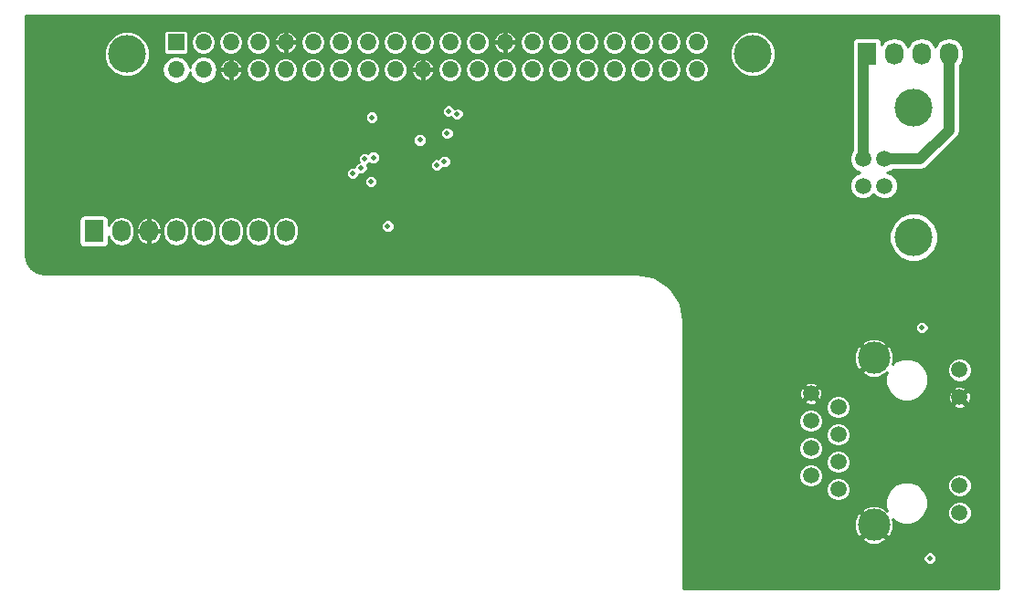
<source format=gbr>
G04 #@! TF.FileFunction,Copper,L2,Inr,Signal*
%FSLAX46Y46*%
G04 Gerber Fmt 4.6, Leading zero omitted, Abs format (unit mm)*
G04 Created by KiCad (PCBNEW 4.0.7) date 09/09/17 19:19:23*
%MOMM*%
%LPD*%
G01*
G04 APERTURE LIST*
%ADD10C,0.100000*%
%ADD11R,1.727200X2.032000*%
%ADD12O,1.727200X2.032000*%
%ADD13C,3.500000*%
%ADD14C,1.500000*%
%ADD15O,1.550000X1.550000*%
%ADD16R,1.550000X1.550000*%
%ADD17C,3.000000*%
%ADD18C,0.500000*%
%ADD19C,1.000000*%
%ADD20C,0.220000*%
G04 APERTURE END LIST*
D10*
D11*
X191295020Y-88646000D03*
D12*
X193835020Y-88646000D03*
X196375020Y-88646000D03*
X198915020Y-88646000D03*
D13*
X195635880Y-93619120D03*
D14*
X192925880Y-100889120D03*
D13*
X195635880Y-105659120D03*
D14*
X192925880Y-98389120D03*
X190925880Y-98389120D03*
X190925880Y-100889120D03*
D15*
X175520000Y-90120000D03*
X175520000Y-87580000D03*
D13*
X180690000Y-88650000D03*
D16*
X127260000Y-87580000D03*
D15*
X127260000Y-90120000D03*
X129800000Y-87580000D03*
X129800000Y-90120000D03*
X132340000Y-87580000D03*
X132340000Y-90120000D03*
X134880000Y-87580000D03*
X134880000Y-90120000D03*
X137420000Y-87580000D03*
X137420000Y-90120000D03*
X139960000Y-87580000D03*
X139960000Y-90120000D03*
X142500000Y-87580000D03*
X142500000Y-90120000D03*
X145040000Y-87580000D03*
X145040000Y-90120000D03*
X147580000Y-87580000D03*
X147580000Y-90120000D03*
X150120000Y-87580000D03*
X150120000Y-90120000D03*
X152660000Y-87580000D03*
X152660000Y-90120000D03*
X155200000Y-87580000D03*
X155200000Y-90120000D03*
X157740000Y-87580000D03*
X157740000Y-90120000D03*
D13*
X122690000Y-88650000D03*
D15*
X160280000Y-87580000D03*
X162820000Y-87580000D03*
X165360000Y-87580000D03*
X167900000Y-87580000D03*
X170440000Y-87580000D03*
X172980000Y-87580000D03*
X160280000Y-90120000D03*
X162820000Y-90120000D03*
X165360000Y-90120000D03*
X167900000Y-90120000D03*
X170440000Y-90120000D03*
X172980000Y-90120000D03*
D11*
X119656860Y-105097420D03*
D12*
X122196860Y-105097420D03*
X124736860Y-105097420D03*
X127276860Y-105097420D03*
X129816860Y-105097420D03*
X132356860Y-105097420D03*
X134896860Y-105097420D03*
X137436860Y-105097420D03*
D17*
X191940000Y-116860000D03*
D14*
X186100000Y-127785000D03*
X199890000Y-131230000D03*
X199890000Y-128690000D03*
X199890000Y-117980000D03*
X199890000Y-120520000D03*
D17*
X191940000Y-132350000D03*
D14*
X186100000Y-125245000D03*
X186100000Y-122705000D03*
X186100000Y-120165000D03*
X188640000Y-129045000D03*
X188640000Y-126505000D03*
X188640000Y-123965000D03*
X188640000Y-121425000D03*
D18*
X189870000Y-106620000D03*
X189890000Y-107380000D03*
X145160000Y-99700000D03*
X155030000Y-98210000D03*
X150620000Y-102300000D03*
X201460000Y-85900000D03*
X180720000Y-126330000D03*
X180750000Y-123340000D03*
X149606000Y-94615000D03*
X157480000Y-102489000D03*
X155702000Y-104267000D03*
X152146000Y-104267000D03*
X147813000Y-99299000D03*
X147813000Y-100599000D03*
X149113000Y-100599000D03*
X149113000Y-99299000D03*
X156718000Y-99898200D03*
X152400000Y-102489000D03*
X142240000Y-100457000D03*
X141224000Y-101346000D03*
X142748000Y-104013000D03*
X143383000Y-101473000D03*
X145669000Y-104800400D03*
X143637000Y-99720400D03*
X196410000Y-114040000D03*
X197118000Y-135441000D03*
X146888200Y-104622600D03*
X149860000Y-96647000D03*
X145415000Y-94538800D03*
X145310000Y-100500000D03*
X151420000Y-98950000D03*
X152550000Y-93950000D03*
X152138380Y-98638360D03*
X152390000Y-96030002D03*
X153320000Y-94260000D03*
X144430000Y-99250000D03*
X144720000Y-98370000D03*
X145545301Y-98260741D03*
D19*
X192925880Y-98389120D02*
X196250880Y-98389120D01*
X198915020Y-95724980D02*
X198915020Y-88646000D01*
X196250880Y-98389120D02*
X198915020Y-95724980D01*
X190925880Y-98389120D02*
X190925880Y-89015140D01*
X190925880Y-89015140D02*
X191295020Y-88646000D01*
D20*
G36*
X203503964Y-138255411D02*
X174323964Y-138255411D01*
X174323964Y-135561804D01*
X196507894Y-135561804D01*
X196600565Y-135786086D01*
X196772011Y-135957832D01*
X196996131Y-136050894D01*
X197238804Y-136051106D01*
X197463086Y-135958435D01*
X197634832Y-135786989D01*
X197727894Y-135562869D01*
X197728106Y-135320196D01*
X197635435Y-135095914D01*
X197463989Y-134924168D01*
X197239869Y-134831106D01*
X196997196Y-134830894D01*
X196772914Y-134923565D01*
X196601168Y-135095011D01*
X196508106Y-135319131D01*
X196507894Y-135561804D01*
X174323964Y-135561804D01*
X174323964Y-133662155D01*
X190755124Y-133662155D01*
X190929368Y-133894132D01*
X191597212Y-134163344D01*
X192317241Y-134156491D01*
X192950632Y-133894132D01*
X193124876Y-133662155D01*
X191940000Y-132477279D01*
X190755124Y-133662155D01*
X174323964Y-133662155D01*
X174323964Y-132007212D01*
X190126656Y-132007212D01*
X190133509Y-132727241D01*
X190395868Y-133360632D01*
X190627845Y-133534876D01*
X191812721Y-132350000D01*
X190627845Y-131165124D01*
X190395868Y-131339368D01*
X190126656Y-132007212D01*
X174323964Y-132007212D01*
X174323964Y-131037845D01*
X190755124Y-131037845D01*
X191940000Y-132222721D01*
X191954143Y-132208579D01*
X192081422Y-132335858D01*
X192067279Y-132350000D01*
X193252155Y-133534876D01*
X193484132Y-133360632D01*
X193753344Y-132692788D01*
X193746491Y-131972759D01*
X193683641Y-131821024D01*
X193864120Y-132001819D01*
X194593427Y-132304654D01*
X195383109Y-132305343D01*
X196112943Y-132003782D01*
X196667868Y-131449824D01*
X198779808Y-131449824D01*
X198948439Y-131857943D01*
X199260415Y-132170463D01*
X199668239Y-132339807D01*
X200109824Y-132340192D01*
X200517943Y-132171561D01*
X200830463Y-131859585D01*
X200999807Y-131451761D01*
X201000192Y-131010176D01*
X200831561Y-130602057D01*
X200519585Y-130289537D01*
X200111761Y-130120193D01*
X199670176Y-130119808D01*
X199262057Y-130288439D01*
X198949537Y-130600415D01*
X198780193Y-131008239D01*
X198779808Y-131449824D01*
X196667868Y-131449824D01*
X196671819Y-131445880D01*
X196974654Y-130716573D01*
X196975343Y-129926891D01*
X196673782Y-129197057D01*
X196387050Y-128909824D01*
X198779808Y-128909824D01*
X198948439Y-129317943D01*
X199260415Y-129630463D01*
X199668239Y-129799807D01*
X200109824Y-129800192D01*
X200517943Y-129631561D01*
X200830463Y-129319585D01*
X200999807Y-128911761D01*
X201000192Y-128470176D01*
X200831561Y-128062057D01*
X200519585Y-127749537D01*
X200111761Y-127580193D01*
X199670176Y-127579808D01*
X199262057Y-127748439D01*
X198949537Y-128060415D01*
X198780193Y-128468239D01*
X198779808Y-128909824D01*
X196387050Y-128909824D01*
X196115880Y-128638181D01*
X195386573Y-128335346D01*
X194596891Y-128334657D01*
X193867057Y-128636218D01*
X193308181Y-129194120D01*
X193005346Y-129923427D01*
X193004657Y-130713109D01*
X193134753Y-131027965D01*
X193124875Y-131037843D01*
X192950632Y-130805868D01*
X192282788Y-130536656D01*
X191562759Y-130543509D01*
X190929368Y-130805868D01*
X190755124Y-131037845D01*
X174323964Y-131037845D01*
X174323964Y-129264824D01*
X187529808Y-129264824D01*
X187698439Y-129672943D01*
X188010415Y-129985463D01*
X188418239Y-130154807D01*
X188859824Y-130155192D01*
X189267943Y-129986561D01*
X189580463Y-129674585D01*
X189749807Y-129266761D01*
X189750192Y-128825176D01*
X189581561Y-128417057D01*
X189269585Y-128104537D01*
X188861761Y-127935193D01*
X188420176Y-127934808D01*
X188012057Y-128103439D01*
X187699537Y-128415415D01*
X187530193Y-128823239D01*
X187529808Y-129264824D01*
X174323964Y-129264824D01*
X174323964Y-128004824D01*
X184989808Y-128004824D01*
X185158439Y-128412943D01*
X185470415Y-128725463D01*
X185878239Y-128894807D01*
X186319824Y-128895192D01*
X186727943Y-128726561D01*
X187040463Y-128414585D01*
X187209807Y-128006761D01*
X187210192Y-127565176D01*
X187041561Y-127157057D01*
X186729585Y-126844537D01*
X186441286Y-126724824D01*
X187529808Y-126724824D01*
X187698439Y-127132943D01*
X188010415Y-127445463D01*
X188418239Y-127614807D01*
X188859824Y-127615192D01*
X189267943Y-127446561D01*
X189580463Y-127134585D01*
X189749807Y-126726761D01*
X189750192Y-126285176D01*
X189581561Y-125877057D01*
X189269585Y-125564537D01*
X188861761Y-125395193D01*
X188420176Y-125394808D01*
X188012057Y-125563439D01*
X187699537Y-125875415D01*
X187530193Y-126283239D01*
X187529808Y-126724824D01*
X186441286Y-126724824D01*
X186321761Y-126675193D01*
X185880176Y-126674808D01*
X185472057Y-126843439D01*
X185159537Y-127155415D01*
X184990193Y-127563239D01*
X184989808Y-128004824D01*
X174323964Y-128004824D01*
X174323964Y-125464824D01*
X184989808Y-125464824D01*
X185158439Y-125872943D01*
X185470415Y-126185463D01*
X185878239Y-126354807D01*
X186319824Y-126355192D01*
X186727943Y-126186561D01*
X187040463Y-125874585D01*
X187209807Y-125466761D01*
X187210192Y-125025176D01*
X187041561Y-124617057D01*
X186729585Y-124304537D01*
X186441286Y-124184824D01*
X187529808Y-124184824D01*
X187698439Y-124592943D01*
X188010415Y-124905463D01*
X188418239Y-125074807D01*
X188859824Y-125075192D01*
X189267943Y-124906561D01*
X189580463Y-124594585D01*
X189749807Y-124186761D01*
X189750192Y-123745176D01*
X189581561Y-123337057D01*
X189269585Y-123024537D01*
X188861761Y-122855193D01*
X188420176Y-122854808D01*
X188012057Y-123023439D01*
X187699537Y-123335415D01*
X187530193Y-123743239D01*
X187529808Y-124184824D01*
X186441286Y-124184824D01*
X186321761Y-124135193D01*
X185880176Y-124134808D01*
X185472057Y-124303439D01*
X185159537Y-124615415D01*
X184990193Y-125023239D01*
X184989808Y-125464824D01*
X174323964Y-125464824D01*
X174323964Y-122924824D01*
X184989808Y-122924824D01*
X185158439Y-123332943D01*
X185470415Y-123645463D01*
X185878239Y-123814807D01*
X186319824Y-123815192D01*
X186727943Y-123646561D01*
X187040463Y-123334585D01*
X187209807Y-122926761D01*
X187210192Y-122485176D01*
X187041561Y-122077057D01*
X186729585Y-121764537D01*
X186441286Y-121644824D01*
X187529808Y-121644824D01*
X187698439Y-122052943D01*
X188010415Y-122365463D01*
X188418239Y-122534807D01*
X188859824Y-122535192D01*
X189267943Y-122366561D01*
X189580463Y-122054585D01*
X189749807Y-121646761D01*
X189750117Y-121290196D01*
X199247083Y-121290196D01*
X199329759Y-121444223D01*
X199726089Y-121588265D01*
X200147373Y-121569674D01*
X200450241Y-121444223D01*
X200532917Y-121290196D01*
X199890000Y-120647279D01*
X199247083Y-121290196D01*
X189750117Y-121290196D01*
X189750192Y-121205176D01*
X189581561Y-120797057D01*
X189269585Y-120484537D01*
X188861761Y-120315193D01*
X188420176Y-120314808D01*
X188012057Y-120483439D01*
X187699537Y-120795415D01*
X187530193Y-121203239D01*
X187529808Y-121644824D01*
X186441286Y-121644824D01*
X186321761Y-121595193D01*
X185880176Y-121594808D01*
X185472057Y-121763439D01*
X185159537Y-122075415D01*
X184990193Y-122483239D01*
X184989808Y-122924824D01*
X174323964Y-122924824D01*
X174323964Y-120935196D01*
X185457083Y-120935196D01*
X185539759Y-121089223D01*
X185936089Y-121233265D01*
X186357373Y-121214674D01*
X186660241Y-121089223D01*
X186742917Y-120935196D01*
X186100000Y-120292279D01*
X185457083Y-120935196D01*
X174323964Y-120935196D01*
X174323964Y-120001089D01*
X185031735Y-120001089D01*
X185050326Y-120422373D01*
X185175777Y-120725241D01*
X185329804Y-120807917D01*
X185972721Y-120165000D01*
X186227279Y-120165000D01*
X186870196Y-120807917D01*
X187024223Y-120725241D01*
X187168265Y-120328911D01*
X187149674Y-119907627D01*
X187024223Y-119604759D01*
X186870196Y-119522083D01*
X186227279Y-120165000D01*
X185972721Y-120165000D01*
X185329804Y-119522083D01*
X185175777Y-119604759D01*
X185031735Y-120001089D01*
X174323964Y-120001089D01*
X174323964Y-119394804D01*
X185457083Y-119394804D01*
X186100000Y-120037721D01*
X186742917Y-119394804D01*
X186660241Y-119240777D01*
X186263911Y-119096735D01*
X185842627Y-119115326D01*
X185539759Y-119240777D01*
X185457083Y-119394804D01*
X174323964Y-119394804D01*
X174323964Y-118172155D01*
X190755124Y-118172155D01*
X190929368Y-118404132D01*
X191597212Y-118673344D01*
X192317241Y-118666491D01*
X192950632Y-118404132D01*
X193124875Y-118172157D01*
X193134679Y-118181961D01*
X193005346Y-118493427D01*
X193004657Y-119283109D01*
X193306218Y-120012943D01*
X193864120Y-120571819D01*
X194593427Y-120874654D01*
X195383109Y-120875343D01*
X196112943Y-120573782D01*
X196331016Y-120356089D01*
X198821735Y-120356089D01*
X198840326Y-120777373D01*
X198965777Y-121080241D01*
X199119804Y-121162917D01*
X199762721Y-120520000D01*
X200017279Y-120520000D01*
X200660196Y-121162917D01*
X200814223Y-121080241D01*
X200958265Y-120683911D01*
X200939674Y-120262627D01*
X200814223Y-119959759D01*
X200660196Y-119877083D01*
X200017279Y-120520000D01*
X199762721Y-120520000D01*
X199119804Y-119877083D01*
X198965777Y-119959759D01*
X198821735Y-120356089D01*
X196331016Y-120356089D01*
X196671819Y-120015880D01*
X196782303Y-119749804D01*
X199247083Y-119749804D01*
X199890000Y-120392721D01*
X200532917Y-119749804D01*
X200450241Y-119595777D01*
X200053911Y-119451735D01*
X199632627Y-119470326D01*
X199329759Y-119595777D01*
X199247083Y-119749804D01*
X196782303Y-119749804D01*
X196974654Y-119286573D01*
X196975343Y-118496891D01*
X196852598Y-118199824D01*
X198779808Y-118199824D01*
X198948439Y-118607943D01*
X199260415Y-118920463D01*
X199668239Y-119089807D01*
X200109824Y-119090192D01*
X200517943Y-118921561D01*
X200830463Y-118609585D01*
X200999807Y-118201761D01*
X201000192Y-117760176D01*
X200831561Y-117352057D01*
X200519585Y-117039537D01*
X200111761Y-116870193D01*
X199670176Y-116869808D01*
X199262057Y-117038439D01*
X198949537Y-117350415D01*
X198780193Y-117758239D01*
X198779808Y-118199824D01*
X196852598Y-118199824D01*
X196673782Y-117767057D01*
X196115880Y-117208181D01*
X195386573Y-116905346D01*
X194596891Y-116904657D01*
X193867057Y-117206218D01*
X193674459Y-117398480D01*
X193753344Y-117202788D01*
X193746491Y-116482759D01*
X193484132Y-115849368D01*
X193252155Y-115675124D01*
X192067279Y-116860000D01*
X192081422Y-116874143D01*
X191954143Y-117001422D01*
X191940000Y-116987279D01*
X190755124Y-118172155D01*
X174323964Y-118172155D01*
X174323964Y-116517212D01*
X190126656Y-116517212D01*
X190133509Y-117237241D01*
X190395868Y-117870632D01*
X190627845Y-118044876D01*
X191812721Y-116860000D01*
X190627845Y-115675124D01*
X190395868Y-115849368D01*
X190126656Y-116517212D01*
X174323964Y-116517212D01*
X174323964Y-115547845D01*
X190755124Y-115547845D01*
X191940000Y-116732721D01*
X193124876Y-115547845D01*
X192950632Y-115315868D01*
X192282788Y-115046656D01*
X191562759Y-115053509D01*
X190929368Y-115315868D01*
X190755124Y-115547845D01*
X174323964Y-115547845D01*
X174323964Y-114160804D01*
X195799894Y-114160804D01*
X195892565Y-114385086D01*
X196064011Y-114556832D01*
X196288131Y-114649894D01*
X196530804Y-114650106D01*
X196755086Y-114557435D01*
X196926832Y-114385989D01*
X197019894Y-114161869D01*
X197020106Y-113919196D01*
X196927435Y-113694914D01*
X196755989Y-113523168D01*
X196531869Y-113430106D01*
X196289196Y-113429894D01*
X196064914Y-113522565D01*
X195893168Y-113694011D01*
X195800106Y-113918131D01*
X195799894Y-114160804D01*
X174323964Y-114160804D01*
X174323964Y-113445411D01*
X174316086Y-113405805D01*
X174316086Y-113365424D01*
X174011604Y-111834690D01*
X173950385Y-111686893D01*
X173950382Y-111686890D01*
X173083294Y-110389200D01*
X172970175Y-110276081D01*
X171672482Y-109408990D01*
X171524685Y-109347771D01*
X169993951Y-109043289D01*
X169953570Y-109043289D01*
X169913964Y-109035411D01*
X114954346Y-109035411D01*
X114308571Y-108906958D01*
X113795344Y-108564031D01*
X113452313Y-108050648D01*
X113323964Y-107408325D01*
X113323964Y-104081420D01*
X118273269Y-104081420D01*
X118273269Y-106113420D01*
X118308831Y-106302415D01*
X118420526Y-106475995D01*
X118590954Y-106592443D01*
X118793260Y-106633411D01*
X120520460Y-106633411D01*
X120709455Y-106597849D01*
X120883035Y-106486154D01*
X120999483Y-106315726D01*
X121040451Y-106113420D01*
X121040451Y-105614569D01*
X121066401Y-105745028D01*
X121331644Y-106141993D01*
X121728609Y-106407236D01*
X122196860Y-106500377D01*
X122665111Y-106407236D01*
X123062076Y-106141993D01*
X123327319Y-105745028D01*
X123401488Y-105372153D01*
X123565593Y-105372153D01*
X123701565Y-105811065D01*
X123995151Y-106164533D01*
X124401656Y-106378744D01*
X124464917Y-106391478D01*
X124646860Y-106342219D01*
X124646860Y-105187420D01*
X124826860Y-105187420D01*
X124826860Y-106342219D01*
X125008803Y-106391478D01*
X125072064Y-106378744D01*
X125478569Y-106164533D01*
X125772155Y-105811065D01*
X125908127Y-105372153D01*
X125835344Y-105187420D01*
X124826860Y-105187420D01*
X124646860Y-105187420D01*
X123638376Y-105187420D01*
X123565593Y-105372153D01*
X123401488Y-105372153D01*
X123420460Y-105276777D01*
X123420460Y-104918063D01*
X123401489Y-104822687D01*
X123565593Y-104822687D01*
X123638376Y-105007420D01*
X124646860Y-105007420D01*
X124646860Y-103852621D01*
X124826860Y-103852621D01*
X124826860Y-105007420D01*
X125835344Y-105007420D01*
X125870549Y-104918063D01*
X126053260Y-104918063D01*
X126053260Y-105276777D01*
X126146401Y-105745028D01*
X126411644Y-106141993D01*
X126808609Y-106407236D01*
X127276860Y-106500377D01*
X127745111Y-106407236D01*
X128142076Y-106141993D01*
X128407319Y-105745028D01*
X128500460Y-105276777D01*
X128500460Y-104918063D01*
X128593260Y-104918063D01*
X128593260Y-105276777D01*
X128686401Y-105745028D01*
X128951644Y-106141993D01*
X129348609Y-106407236D01*
X129816860Y-106500377D01*
X130285111Y-106407236D01*
X130682076Y-106141993D01*
X130947319Y-105745028D01*
X131040460Y-105276777D01*
X131040460Y-104918063D01*
X131133260Y-104918063D01*
X131133260Y-105276777D01*
X131226401Y-105745028D01*
X131491644Y-106141993D01*
X131888609Y-106407236D01*
X132356860Y-106500377D01*
X132825111Y-106407236D01*
X133222076Y-106141993D01*
X133487319Y-105745028D01*
X133580460Y-105276777D01*
X133580460Y-104918063D01*
X133673260Y-104918063D01*
X133673260Y-105276777D01*
X133766401Y-105745028D01*
X134031644Y-106141993D01*
X134428609Y-106407236D01*
X134896860Y-106500377D01*
X135365111Y-106407236D01*
X135762076Y-106141993D01*
X136027319Y-105745028D01*
X136120460Y-105276777D01*
X136120460Y-104918063D01*
X136213260Y-104918063D01*
X136213260Y-105276777D01*
X136306401Y-105745028D01*
X136571644Y-106141993D01*
X136968609Y-106407236D01*
X137436860Y-106500377D01*
X137905111Y-106407236D01*
X138302076Y-106141993D01*
X138325664Y-106106690D01*
X193375489Y-106106690D01*
X193718828Y-106937635D01*
X194354021Y-107573938D01*
X195184366Y-107918727D01*
X196083450Y-107919511D01*
X196914395Y-107576172D01*
X197550698Y-106940979D01*
X197895487Y-106110634D01*
X197896271Y-105211550D01*
X197552932Y-104380605D01*
X196917739Y-103744302D01*
X196087394Y-103399513D01*
X195188310Y-103398729D01*
X194357365Y-103742068D01*
X193721062Y-104377261D01*
X193376273Y-105207606D01*
X193375489Y-106106690D01*
X138325664Y-106106690D01*
X138567319Y-105745028D01*
X138660460Y-105276777D01*
X138660460Y-104918063D01*
X138625719Y-104743404D01*
X146278094Y-104743404D01*
X146370765Y-104967686D01*
X146542211Y-105139432D01*
X146766331Y-105232494D01*
X147009004Y-105232706D01*
X147233286Y-105140035D01*
X147405032Y-104968589D01*
X147498094Y-104744469D01*
X147498306Y-104501796D01*
X147405635Y-104277514D01*
X147234189Y-104105768D01*
X147010069Y-104012706D01*
X146767396Y-104012494D01*
X146543114Y-104105165D01*
X146371368Y-104276611D01*
X146278306Y-104500731D01*
X146278094Y-104743404D01*
X138625719Y-104743404D01*
X138567319Y-104449812D01*
X138302076Y-104052847D01*
X137905111Y-103787604D01*
X137436860Y-103694463D01*
X136968609Y-103787604D01*
X136571644Y-104052847D01*
X136306401Y-104449812D01*
X136213260Y-104918063D01*
X136120460Y-104918063D01*
X136027319Y-104449812D01*
X135762076Y-104052847D01*
X135365111Y-103787604D01*
X134896860Y-103694463D01*
X134428609Y-103787604D01*
X134031644Y-104052847D01*
X133766401Y-104449812D01*
X133673260Y-104918063D01*
X133580460Y-104918063D01*
X133487319Y-104449812D01*
X133222076Y-104052847D01*
X132825111Y-103787604D01*
X132356860Y-103694463D01*
X131888609Y-103787604D01*
X131491644Y-104052847D01*
X131226401Y-104449812D01*
X131133260Y-104918063D01*
X131040460Y-104918063D01*
X130947319Y-104449812D01*
X130682076Y-104052847D01*
X130285111Y-103787604D01*
X129816860Y-103694463D01*
X129348609Y-103787604D01*
X128951644Y-104052847D01*
X128686401Y-104449812D01*
X128593260Y-104918063D01*
X128500460Y-104918063D01*
X128407319Y-104449812D01*
X128142076Y-104052847D01*
X127745111Y-103787604D01*
X127276860Y-103694463D01*
X126808609Y-103787604D01*
X126411644Y-104052847D01*
X126146401Y-104449812D01*
X126053260Y-104918063D01*
X125870549Y-104918063D01*
X125908127Y-104822687D01*
X125772155Y-104383775D01*
X125478569Y-104030307D01*
X125072064Y-103816096D01*
X125008803Y-103803362D01*
X124826860Y-103852621D01*
X124646860Y-103852621D01*
X124464917Y-103803362D01*
X124401656Y-103816096D01*
X123995151Y-104030307D01*
X123701565Y-104383775D01*
X123565593Y-104822687D01*
X123401489Y-104822687D01*
X123327319Y-104449812D01*
X123062076Y-104052847D01*
X122665111Y-103787604D01*
X122196860Y-103694463D01*
X121728609Y-103787604D01*
X121331644Y-104052847D01*
X121066401Y-104449812D01*
X121040451Y-104580271D01*
X121040451Y-104081420D01*
X121004889Y-103892425D01*
X120893194Y-103718845D01*
X120722766Y-103602397D01*
X120520460Y-103561429D01*
X118793260Y-103561429D01*
X118604265Y-103596991D01*
X118430685Y-103708686D01*
X118314237Y-103879114D01*
X118273269Y-104081420D01*
X113323964Y-104081420D01*
X113323964Y-100620804D01*
X144699894Y-100620804D01*
X144792565Y-100845086D01*
X144964011Y-101016832D01*
X145188131Y-101109894D01*
X145430804Y-101110106D01*
X145655086Y-101017435D01*
X145826832Y-100845989D01*
X145919894Y-100621869D01*
X145920106Y-100379196D01*
X145827435Y-100154914D01*
X145655989Y-99983168D01*
X145431869Y-99890106D01*
X145189196Y-99889894D01*
X144964914Y-99982565D01*
X144793168Y-100154011D01*
X144700106Y-100378131D01*
X144699894Y-100620804D01*
X113323964Y-100620804D01*
X113323964Y-99841204D01*
X143026894Y-99841204D01*
X143119565Y-100065486D01*
X143291011Y-100237232D01*
X143515131Y-100330294D01*
X143757804Y-100330506D01*
X143982086Y-100237835D01*
X144153832Y-100066389D01*
X144246894Y-99842269D01*
X144246901Y-99834469D01*
X144308131Y-99859894D01*
X144550804Y-99860106D01*
X144775086Y-99767435D01*
X144946832Y-99595989D01*
X145039894Y-99371869D01*
X145040106Y-99129196D01*
X145015980Y-99070804D01*
X150809894Y-99070804D01*
X150902565Y-99295086D01*
X151074011Y-99466832D01*
X151298131Y-99559894D01*
X151540804Y-99560106D01*
X151765086Y-99467435D01*
X151936832Y-99295989D01*
X151965456Y-99227054D01*
X152016511Y-99248254D01*
X152259184Y-99248466D01*
X152483466Y-99155795D01*
X152655212Y-98984349D01*
X152748274Y-98760229D01*
X152748380Y-98638650D01*
X189665662Y-98638650D01*
X189857081Y-99101920D01*
X190211215Y-99456673D01*
X190651107Y-99639332D01*
X190213080Y-99820321D01*
X189858327Y-100174455D01*
X189666099Y-100637391D01*
X189665662Y-101138650D01*
X189857081Y-101601920D01*
X190211215Y-101956673D01*
X190674151Y-102148901D01*
X191175410Y-102149338D01*
X191638680Y-101957919D01*
X191926070Y-101671030D01*
X192211215Y-101956673D01*
X192674151Y-102148901D01*
X193175410Y-102149338D01*
X193638680Y-101957919D01*
X193993433Y-101603785D01*
X194185661Y-101140849D01*
X194186098Y-100639590D01*
X193994679Y-100176320D01*
X193640545Y-99821567D01*
X193200653Y-99638908D01*
X193638680Y-99457919D01*
X193697582Y-99399120D01*
X196250880Y-99399120D01*
X196637390Y-99322238D01*
X196965058Y-99103298D01*
X199629198Y-96439158D01*
X199848138Y-96111490D01*
X199925020Y-95724980D01*
X199925020Y-89741632D01*
X200184061Y-89353950D01*
X200288620Y-88828296D01*
X200288620Y-88463704D01*
X200184061Y-87938050D01*
X199886302Y-87492422D01*
X199440674Y-87194663D01*
X198915020Y-87090104D01*
X198389366Y-87194663D01*
X197943738Y-87492422D01*
X197645979Y-87938050D01*
X197645020Y-87942871D01*
X197644061Y-87938050D01*
X197346302Y-87492422D01*
X196900674Y-87194663D01*
X196375020Y-87090104D01*
X195849366Y-87194663D01*
X195403738Y-87492422D01*
X195105979Y-87938050D01*
X195105020Y-87942871D01*
X195104061Y-87938050D01*
X194806302Y-87492422D01*
X194360674Y-87194663D01*
X193835020Y-87090104D01*
X193309366Y-87194663D01*
X192863738Y-87492422D01*
X192678611Y-87769484D01*
X192678611Y-87630000D01*
X192643049Y-87441005D01*
X192531354Y-87267425D01*
X192360926Y-87150977D01*
X192158620Y-87110009D01*
X190431420Y-87110009D01*
X190242425Y-87145571D01*
X190068845Y-87257266D01*
X189952397Y-87427694D01*
X189911429Y-87630000D01*
X189911429Y-89662000D01*
X189915880Y-89685654D01*
X189915880Y-97617002D01*
X189858327Y-97674455D01*
X189666099Y-98137391D01*
X189665662Y-98638650D01*
X152748380Y-98638650D01*
X152748486Y-98517556D01*
X152655815Y-98293274D01*
X152484369Y-98121528D01*
X152260249Y-98028466D01*
X152017576Y-98028254D01*
X151793294Y-98120925D01*
X151621548Y-98292371D01*
X151592924Y-98361306D01*
X151541869Y-98340106D01*
X151299196Y-98339894D01*
X151074914Y-98432565D01*
X150903168Y-98604011D01*
X150810106Y-98828131D01*
X150809894Y-99070804D01*
X145015980Y-99070804D01*
X144958423Y-98931507D01*
X145065086Y-98887435D01*
X145187247Y-98765487D01*
X145199312Y-98777573D01*
X145423432Y-98870635D01*
X145666105Y-98870847D01*
X145890387Y-98778176D01*
X146062133Y-98606730D01*
X146155195Y-98382610D01*
X146155407Y-98139937D01*
X146062736Y-97915655D01*
X145891290Y-97743909D01*
X145667170Y-97650847D01*
X145424497Y-97650635D01*
X145200215Y-97743306D01*
X145078054Y-97865254D01*
X145065989Y-97853168D01*
X144841869Y-97760106D01*
X144599196Y-97759894D01*
X144374914Y-97852565D01*
X144203168Y-98024011D01*
X144110106Y-98248131D01*
X144109894Y-98490804D01*
X144191577Y-98688493D01*
X144084914Y-98732565D01*
X143913168Y-98904011D01*
X143820106Y-99128131D01*
X143820099Y-99135931D01*
X143758869Y-99110506D01*
X143516196Y-99110294D01*
X143291914Y-99202965D01*
X143120168Y-99374411D01*
X143027106Y-99598531D01*
X143026894Y-99841204D01*
X113323964Y-99841204D01*
X113323964Y-96767804D01*
X149249894Y-96767804D01*
X149342565Y-96992086D01*
X149514011Y-97163832D01*
X149738131Y-97256894D01*
X149980804Y-97257106D01*
X150205086Y-97164435D01*
X150376832Y-96992989D01*
X150469894Y-96768869D01*
X150470106Y-96526196D01*
X150377435Y-96301914D01*
X150226591Y-96150806D01*
X151779894Y-96150806D01*
X151872565Y-96375088D01*
X152044011Y-96546834D01*
X152268131Y-96639896D01*
X152510804Y-96640108D01*
X152735086Y-96547437D01*
X152906832Y-96375991D01*
X152999894Y-96151871D01*
X153000106Y-95909198D01*
X152907435Y-95684916D01*
X152735989Y-95513170D01*
X152511869Y-95420108D01*
X152269196Y-95419896D01*
X152044914Y-95512567D01*
X151873168Y-95684013D01*
X151780106Y-95908133D01*
X151779894Y-96150806D01*
X150226591Y-96150806D01*
X150205989Y-96130168D01*
X149981869Y-96037106D01*
X149739196Y-96036894D01*
X149514914Y-96129565D01*
X149343168Y-96301011D01*
X149250106Y-96525131D01*
X149249894Y-96767804D01*
X113323964Y-96767804D01*
X113323964Y-94659604D01*
X144804894Y-94659604D01*
X144897565Y-94883886D01*
X145069011Y-95055632D01*
X145293131Y-95148694D01*
X145535804Y-95148906D01*
X145760086Y-95056235D01*
X145931832Y-94884789D01*
X146024894Y-94660669D01*
X146025106Y-94417996D01*
X145932435Y-94193714D01*
X145809740Y-94070804D01*
X151939894Y-94070804D01*
X152032565Y-94295086D01*
X152204011Y-94466832D01*
X152428131Y-94559894D01*
X152670804Y-94560106D01*
X152767475Y-94520162D01*
X152802565Y-94605086D01*
X152974011Y-94776832D01*
X153198131Y-94869894D01*
X153440804Y-94870106D01*
X153665086Y-94777435D01*
X153836832Y-94605989D01*
X153929894Y-94381869D01*
X153930106Y-94139196D01*
X153837435Y-93914914D01*
X153665989Y-93743168D01*
X153441869Y-93650106D01*
X153199196Y-93649894D01*
X153102525Y-93689838D01*
X153067435Y-93604914D01*
X152895989Y-93433168D01*
X152671869Y-93340106D01*
X152429196Y-93339894D01*
X152204914Y-93432565D01*
X152033168Y-93604011D01*
X151940106Y-93828131D01*
X151939894Y-94070804D01*
X145809740Y-94070804D01*
X145760989Y-94021968D01*
X145536869Y-93928906D01*
X145294196Y-93928694D01*
X145069914Y-94021365D01*
X144898168Y-94192811D01*
X144805106Y-94416931D01*
X144804894Y-94659604D01*
X113323964Y-94659604D01*
X113323964Y-89067864D01*
X120579635Y-89067864D01*
X120900186Y-89843657D01*
X121493221Y-90437728D01*
X122268454Y-90759633D01*
X123107864Y-90760365D01*
X123883657Y-90439814D01*
X124204029Y-90120000D01*
X125949825Y-90120000D01*
X126047640Y-90611748D01*
X126326193Y-91028632D01*
X126743077Y-91307185D01*
X127234825Y-91405000D01*
X127285175Y-91405000D01*
X127776923Y-91307185D01*
X128193807Y-91028632D01*
X128472360Y-90611748D01*
X128530000Y-90321973D01*
X128587640Y-90611748D01*
X128866193Y-91028632D01*
X129283077Y-91307185D01*
X129774825Y-91405000D01*
X129825175Y-91405000D01*
X130316923Y-91307185D01*
X130733807Y-91028632D01*
X131012360Y-90611748D01*
X131058847Y-90378038D01*
X131286130Y-90378038D01*
X131412333Y-90682743D01*
X131698300Y-90994910D01*
X132081960Y-91173879D01*
X132250000Y-91123770D01*
X132250000Y-90210000D01*
X132430000Y-90210000D01*
X132430000Y-91123770D01*
X132598040Y-91173879D01*
X132981700Y-90994910D01*
X133267667Y-90682743D01*
X133393870Y-90378038D01*
X133343472Y-90210000D01*
X132430000Y-90210000D01*
X132250000Y-90210000D01*
X131336528Y-90210000D01*
X131286130Y-90378038D01*
X131058847Y-90378038D01*
X131110175Y-90120000D01*
X133722764Y-90120000D01*
X133809161Y-90554346D01*
X134055198Y-90922566D01*
X134423418Y-91168603D01*
X134857764Y-91255000D01*
X134902236Y-91255000D01*
X135336582Y-91168603D01*
X135704802Y-90922566D01*
X135950839Y-90554346D01*
X136037236Y-90120000D01*
X136262764Y-90120000D01*
X136349161Y-90554346D01*
X136595198Y-90922566D01*
X136963418Y-91168603D01*
X137397764Y-91255000D01*
X137442236Y-91255000D01*
X137876582Y-91168603D01*
X138244802Y-90922566D01*
X138490839Y-90554346D01*
X138577236Y-90120000D01*
X138802764Y-90120000D01*
X138889161Y-90554346D01*
X139135198Y-90922566D01*
X139503418Y-91168603D01*
X139937764Y-91255000D01*
X139982236Y-91255000D01*
X140416582Y-91168603D01*
X140784802Y-90922566D01*
X141030839Y-90554346D01*
X141117236Y-90120000D01*
X141342764Y-90120000D01*
X141429161Y-90554346D01*
X141675198Y-90922566D01*
X142043418Y-91168603D01*
X142477764Y-91255000D01*
X142522236Y-91255000D01*
X142956582Y-91168603D01*
X143324802Y-90922566D01*
X143570839Y-90554346D01*
X143657236Y-90120000D01*
X143882764Y-90120000D01*
X143969161Y-90554346D01*
X144215198Y-90922566D01*
X144583418Y-91168603D01*
X145017764Y-91255000D01*
X145062236Y-91255000D01*
X145496582Y-91168603D01*
X145864802Y-90922566D01*
X146110839Y-90554346D01*
X146197236Y-90120000D01*
X146422764Y-90120000D01*
X146509161Y-90554346D01*
X146755198Y-90922566D01*
X147123418Y-91168603D01*
X147557764Y-91255000D01*
X147602236Y-91255000D01*
X148036582Y-91168603D01*
X148404802Y-90922566D01*
X148650839Y-90554346D01*
X148685908Y-90378038D01*
X149066130Y-90378038D01*
X149192333Y-90682743D01*
X149478300Y-90994910D01*
X149861960Y-91173879D01*
X150030000Y-91123770D01*
X150030000Y-90210000D01*
X150210000Y-90210000D01*
X150210000Y-91123770D01*
X150378040Y-91173879D01*
X150761700Y-90994910D01*
X151047667Y-90682743D01*
X151173870Y-90378038D01*
X151123472Y-90210000D01*
X150210000Y-90210000D01*
X150030000Y-90210000D01*
X149116528Y-90210000D01*
X149066130Y-90378038D01*
X148685908Y-90378038D01*
X148737236Y-90120000D01*
X151502764Y-90120000D01*
X151589161Y-90554346D01*
X151835198Y-90922566D01*
X152203418Y-91168603D01*
X152637764Y-91255000D01*
X152682236Y-91255000D01*
X153116582Y-91168603D01*
X153484802Y-90922566D01*
X153730839Y-90554346D01*
X153817236Y-90120000D01*
X154042764Y-90120000D01*
X154129161Y-90554346D01*
X154375198Y-90922566D01*
X154743418Y-91168603D01*
X155177764Y-91255000D01*
X155222236Y-91255000D01*
X155656582Y-91168603D01*
X156024802Y-90922566D01*
X156270839Y-90554346D01*
X156357236Y-90120000D01*
X156582764Y-90120000D01*
X156669161Y-90554346D01*
X156915198Y-90922566D01*
X157283418Y-91168603D01*
X157717764Y-91255000D01*
X157762236Y-91255000D01*
X158196582Y-91168603D01*
X158564802Y-90922566D01*
X158810839Y-90554346D01*
X158897236Y-90120000D01*
X159122764Y-90120000D01*
X159209161Y-90554346D01*
X159455198Y-90922566D01*
X159823418Y-91168603D01*
X160257764Y-91255000D01*
X160302236Y-91255000D01*
X160736582Y-91168603D01*
X161104802Y-90922566D01*
X161350839Y-90554346D01*
X161437236Y-90120000D01*
X161662764Y-90120000D01*
X161749161Y-90554346D01*
X161995198Y-90922566D01*
X162363418Y-91168603D01*
X162797764Y-91255000D01*
X162842236Y-91255000D01*
X163276582Y-91168603D01*
X163644802Y-90922566D01*
X163890839Y-90554346D01*
X163977236Y-90120000D01*
X164202764Y-90120000D01*
X164289161Y-90554346D01*
X164535198Y-90922566D01*
X164903418Y-91168603D01*
X165337764Y-91255000D01*
X165382236Y-91255000D01*
X165816582Y-91168603D01*
X166184802Y-90922566D01*
X166430839Y-90554346D01*
X166517236Y-90120000D01*
X166742764Y-90120000D01*
X166829161Y-90554346D01*
X167075198Y-90922566D01*
X167443418Y-91168603D01*
X167877764Y-91255000D01*
X167922236Y-91255000D01*
X168356582Y-91168603D01*
X168724802Y-90922566D01*
X168970839Y-90554346D01*
X169057236Y-90120000D01*
X169282764Y-90120000D01*
X169369161Y-90554346D01*
X169615198Y-90922566D01*
X169983418Y-91168603D01*
X170417764Y-91255000D01*
X170462236Y-91255000D01*
X170896582Y-91168603D01*
X171264802Y-90922566D01*
X171510839Y-90554346D01*
X171597236Y-90120000D01*
X171822764Y-90120000D01*
X171909161Y-90554346D01*
X172155198Y-90922566D01*
X172523418Y-91168603D01*
X172957764Y-91255000D01*
X173002236Y-91255000D01*
X173436582Y-91168603D01*
X173804802Y-90922566D01*
X174050839Y-90554346D01*
X174137236Y-90120000D01*
X174362764Y-90120000D01*
X174449161Y-90554346D01*
X174695198Y-90922566D01*
X175063418Y-91168603D01*
X175497764Y-91255000D01*
X175542236Y-91255000D01*
X175976582Y-91168603D01*
X176344802Y-90922566D01*
X176590839Y-90554346D01*
X176677236Y-90120000D01*
X176590839Y-89685654D01*
X176344802Y-89317434D01*
X175976582Y-89071397D01*
X175958821Y-89067864D01*
X178579635Y-89067864D01*
X178900186Y-89843657D01*
X179493221Y-90437728D01*
X180268454Y-90759633D01*
X181107864Y-90760365D01*
X181883657Y-90439814D01*
X182477728Y-89846779D01*
X182799633Y-89071546D01*
X182800365Y-88232136D01*
X182479814Y-87456343D01*
X181886779Y-86862272D01*
X181111546Y-86540367D01*
X180272136Y-86539635D01*
X179496343Y-86860186D01*
X178902272Y-87453221D01*
X178580367Y-88228454D01*
X178579635Y-89067864D01*
X175958821Y-89067864D01*
X175542236Y-88985000D01*
X175497764Y-88985000D01*
X175063418Y-89071397D01*
X174695198Y-89317434D01*
X174449161Y-89685654D01*
X174362764Y-90120000D01*
X174137236Y-90120000D01*
X174050839Y-89685654D01*
X173804802Y-89317434D01*
X173436582Y-89071397D01*
X173002236Y-88985000D01*
X172957764Y-88985000D01*
X172523418Y-89071397D01*
X172155198Y-89317434D01*
X171909161Y-89685654D01*
X171822764Y-90120000D01*
X171597236Y-90120000D01*
X171510839Y-89685654D01*
X171264802Y-89317434D01*
X170896582Y-89071397D01*
X170462236Y-88985000D01*
X170417764Y-88985000D01*
X169983418Y-89071397D01*
X169615198Y-89317434D01*
X169369161Y-89685654D01*
X169282764Y-90120000D01*
X169057236Y-90120000D01*
X168970839Y-89685654D01*
X168724802Y-89317434D01*
X168356582Y-89071397D01*
X167922236Y-88985000D01*
X167877764Y-88985000D01*
X167443418Y-89071397D01*
X167075198Y-89317434D01*
X166829161Y-89685654D01*
X166742764Y-90120000D01*
X166517236Y-90120000D01*
X166430839Y-89685654D01*
X166184802Y-89317434D01*
X165816582Y-89071397D01*
X165382236Y-88985000D01*
X165337764Y-88985000D01*
X164903418Y-89071397D01*
X164535198Y-89317434D01*
X164289161Y-89685654D01*
X164202764Y-90120000D01*
X163977236Y-90120000D01*
X163890839Y-89685654D01*
X163644802Y-89317434D01*
X163276582Y-89071397D01*
X162842236Y-88985000D01*
X162797764Y-88985000D01*
X162363418Y-89071397D01*
X161995198Y-89317434D01*
X161749161Y-89685654D01*
X161662764Y-90120000D01*
X161437236Y-90120000D01*
X161350839Y-89685654D01*
X161104802Y-89317434D01*
X160736582Y-89071397D01*
X160302236Y-88985000D01*
X160257764Y-88985000D01*
X159823418Y-89071397D01*
X159455198Y-89317434D01*
X159209161Y-89685654D01*
X159122764Y-90120000D01*
X158897236Y-90120000D01*
X158810839Y-89685654D01*
X158564802Y-89317434D01*
X158196582Y-89071397D01*
X157762236Y-88985000D01*
X157717764Y-88985000D01*
X157283418Y-89071397D01*
X156915198Y-89317434D01*
X156669161Y-89685654D01*
X156582764Y-90120000D01*
X156357236Y-90120000D01*
X156270839Y-89685654D01*
X156024802Y-89317434D01*
X155656582Y-89071397D01*
X155222236Y-88985000D01*
X155177764Y-88985000D01*
X154743418Y-89071397D01*
X154375198Y-89317434D01*
X154129161Y-89685654D01*
X154042764Y-90120000D01*
X153817236Y-90120000D01*
X153730839Y-89685654D01*
X153484802Y-89317434D01*
X153116582Y-89071397D01*
X152682236Y-88985000D01*
X152637764Y-88985000D01*
X152203418Y-89071397D01*
X151835198Y-89317434D01*
X151589161Y-89685654D01*
X151502764Y-90120000D01*
X148737236Y-90120000D01*
X148685909Y-89861962D01*
X149066130Y-89861962D01*
X149116528Y-90030000D01*
X150030000Y-90030000D01*
X150030000Y-89116230D01*
X150210000Y-89116230D01*
X150210000Y-90030000D01*
X151123472Y-90030000D01*
X151173870Y-89861962D01*
X151047667Y-89557257D01*
X150761700Y-89245090D01*
X150378040Y-89066121D01*
X150210000Y-89116230D01*
X150030000Y-89116230D01*
X149861960Y-89066121D01*
X149478300Y-89245090D01*
X149192333Y-89557257D01*
X149066130Y-89861962D01*
X148685909Y-89861962D01*
X148650839Y-89685654D01*
X148404802Y-89317434D01*
X148036582Y-89071397D01*
X147602236Y-88985000D01*
X147557764Y-88985000D01*
X147123418Y-89071397D01*
X146755198Y-89317434D01*
X146509161Y-89685654D01*
X146422764Y-90120000D01*
X146197236Y-90120000D01*
X146110839Y-89685654D01*
X145864802Y-89317434D01*
X145496582Y-89071397D01*
X145062236Y-88985000D01*
X145017764Y-88985000D01*
X144583418Y-89071397D01*
X144215198Y-89317434D01*
X143969161Y-89685654D01*
X143882764Y-90120000D01*
X143657236Y-90120000D01*
X143570839Y-89685654D01*
X143324802Y-89317434D01*
X142956582Y-89071397D01*
X142522236Y-88985000D01*
X142477764Y-88985000D01*
X142043418Y-89071397D01*
X141675198Y-89317434D01*
X141429161Y-89685654D01*
X141342764Y-90120000D01*
X141117236Y-90120000D01*
X141030839Y-89685654D01*
X140784802Y-89317434D01*
X140416582Y-89071397D01*
X139982236Y-88985000D01*
X139937764Y-88985000D01*
X139503418Y-89071397D01*
X139135198Y-89317434D01*
X138889161Y-89685654D01*
X138802764Y-90120000D01*
X138577236Y-90120000D01*
X138490839Y-89685654D01*
X138244802Y-89317434D01*
X137876582Y-89071397D01*
X137442236Y-88985000D01*
X137397764Y-88985000D01*
X136963418Y-89071397D01*
X136595198Y-89317434D01*
X136349161Y-89685654D01*
X136262764Y-90120000D01*
X136037236Y-90120000D01*
X135950839Y-89685654D01*
X135704802Y-89317434D01*
X135336582Y-89071397D01*
X134902236Y-88985000D01*
X134857764Y-88985000D01*
X134423418Y-89071397D01*
X134055198Y-89317434D01*
X133809161Y-89685654D01*
X133722764Y-90120000D01*
X131110175Y-90120000D01*
X131058848Y-89861962D01*
X131286130Y-89861962D01*
X131336528Y-90030000D01*
X132250000Y-90030000D01*
X132250000Y-89116230D01*
X132430000Y-89116230D01*
X132430000Y-90030000D01*
X133343472Y-90030000D01*
X133393870Y-89861962D01*
X133267667Y-89557257D01*
X132981700Y-89245090D01*
X132598040Y-89066121D01*
X132430000Y-89116230D01*
X132250000Y-89116230D01*
X132081960Y-89066121D01*
X131698300Y-89245090D01*
X131412333Y-89557257D01*
X131286130Y-89861962D01*
X131058848Y-89861962D01*
X131012360Y-89628252D01*
X130733807Y-89211368D01*
X130316923Y-88932815D01*
X129825175Y-88835000D01*
X129774825Y-88835000D01*
X129283077Y-88932815D01*
X128866193Y-89211368D01*
X128587640Y-89628252D01*
X128530000Y-89918027D01*
X128472360Y-89628252D01*
X128193807Y-89211368D01*
X127776923Y-88932815D01*
X127285175Y-88835000D01*
X127234825Y-88835000D01*
X126743077Y-88932815D01*
X126326193Y-89211368D01*
X126047640Y-89628252D01*
X125949825Y-90120000D01*
X124204029Y-90120000D01*
X124477728Y-89846779D01*
X124799633Y-89071546D01*
X124800365Y-88232136D01*
X124479814Y-87456343D01*
X123886779Y-86862272D01*
X123748853Y-86805000D01*
X126117948Y-86805000D01*
X126117948Y-88355000D01*
X126143050Y-88488408D01*
X126221894Y-88610935D01*
X126342196Y-88693133D01*
X126485000Y-88722052D01*
X128035000Y-88722052D01*
X128168408Y-88696950D01*
X128290935Y-88618106D01*
X128373133Y-88497804D01*
X128402052Y-88355000D01*
X128402052Y-87580000D01*
X128642764Y-87580000D01*
X128729161Y-88014346D01*
X128975198Y-88382566D01*
X129343418Y-88628603D01*
X129777764Y-88715000D01*
X129822236Y-88715000D01*
X130256582Y-88628603D01*
X130624802Y-88382566D01*
X130870839Y-88014346D01*
X130957236Y-87580000D01*
X131182764Y-87580000D01*
X131269161Y-88014346D01*
X131515198Y-88382566D01*
X131883418Y-88628603D01*
X132317764Y-88715000D01*
X132362236Y-88715000D01*
X132796582Y-88628603D01*
X133164802Y-88382566D01*
X133410839Y-88014346D01*
X133497236Y-87580000D01*
X133722764Y-87580000D01*
X133809161Y-88014346D01*
X134055198Y-88382566D01*
X134423418Y-88628603D01*
X134857764Y-88715000D01*
X134902236Y-88715000D01*
X135336582Y-88628603D01*
X135704802Y-88382566D01*
X135950839Y-88014346D01*
X135985908Y-87838038D01*
X136366130Y-87838038D01*
X136492333Y-88142743D01*
X136778300Y-88454910D01*
X137161960Y-88633879D01*
X137330000Y-88583770D01*
X137330000Y-87670000D01*
X137510000Y-87670000D01*
X137510000Y-88583770D01*
X137678040Y-88633879D01*
X138061700Y-88454910D01*
X138347667Y-88142743D01*
X138473870Y-87838038D01*
X138423472Y-87670000D01*
X137510000Y-87670000D01*
X137330000Y-87670000D01*
X136416528Y-87670000D01*
X136366130Y-87838038D01*
X135985908Y-87838038D01*
X136037236Y-87580000D01*
X138802764Y-87580000D01*
X138889161Y-88014346D01*
X139135198Y-88382566D01*
X139503418Y-88628603D01*
X139937764Y-88715000D01*
X139982236Y-88715000D01*
X140416582Y-88628603D01*
X140784802Y-88382566D01*
X141030839Y-88014346D01*
X141117236Y-87580000D01*
X141342764Y-87580000D01*
X141429161Y-88014346D01*
X141675198Y-88382566D01*
X142043418Y-88628603D01*
X142477764Y-88715000D01*
X142522236Y-88715000D01*
X142956582Y-88628603D01*
X143324802Y-88382566D01*
X143570839Y-88014346D01*
X143657236Y-87580000D01*
X143882764Y-87580000D01*
X143969161Y-88014346D01*
X144215198Y-88382566D01*
X144583418Y-88628603D01*
X145017764Y-88715000D01*
X145062236Y-88715000D01*
X145496582Y-88628603D01*
X145864802Y-88382566D01*
X146110839Y-88014346D01*
X146197236Y-87580000D01*
X146422764Y-87580000D01*
X146509161Y-88014346D01*
X146755198Y-88382566D01*
X147123418Y-88628603D01*
X147557764Y-88715000D01*
X147602236Y-88715000D01*
X148036582Y-88628603D01*
X148404802Y-88382566D01*
X148650839Y-88014346D01*
X148737236Y-87580000D01*
X148962764Y-87580000D01*
X149049161Y-88014346D01*
X149295198Y-88382566D01*
X149663418Y-88628603D01*
X150097764Y-88715000D01*
X150142236Y-88715000D01*
X150576582Y-88628603D01*
X150944802Y-88382566D01*
X151190839Y-88014346D01*
X151277236Y-87580000D01*
X151502764Y-87580000D01*
X151589161Y-88014346D01*
X151835198Y-88382566D01*
X152203418Y-88628603D01*
X152637764Y-88715000D01*
X152682236Y-88715000D01*
X153116582Y-88628603D01*
X153484802Y-88382566D01*
X153730839Y-88014346D01*
X153817236Y-87580000D01*
X154042764Y-87580000D01*
X154129161Y-88014346D01*
X154375198Y-88382566D01*
X154743418Y-88628603D01*
X155177764Y-88715000D01*
X155222236Y-88715000D01*
X155656582Y-88628603D01*
X156024802Y-88382566D01*
X156270839Y-88014346D01*
X156305908Y-87838038D01*
X156686130Y-87838038D01*
X156812333Y-88142743D01*
X157098300Y-88454910D01*
X157481960Y-88633879D01*
X157650000Y-88583770D01*
X157650000Y-87670000D01*
X157830000Y-87670000D01*
X157830000Y-88583770D01*
X157998040Y-88633879D01*
X158381700Y-88454910D01*
X158667667Y-88142743D01*
X158793870Y-87838038D01*
X158743472Y-87670000D01*
X157830000Y-87670000D01*
X157650000Y-87670000D01*
X156736528Y-87670000D01*
X156686130Y-87838038D01*
X156305908Y-87838038D01*
X156357236Y-87580000D01*
X159122764Y-87580000D01*
X159209161Y-88014346D01*
X159455198Y-88382566D01*
X159823418Y-88628603D01*
X160257764Y-88715000D01*
X160302236Y-88715000D01*
X160736582Y-88628603D01*
X161104802Y-88382566D01*
X161350839Y-88014346D01*
X161437236Y-87580000D01*
X161662764Y-87580000D01*
X161749161Y-88014346D01*
X161995198Y-88382566D01*
X162363418Y-88628603D01*
X162797764Y-88715000D01*
X162842236Y-88715000D01*
X163276582Y-88628603D01*
X163644802Y-88382566D01*
X163890839Y-88014346D01*
X163977236Y-87580000D01*
X164202764Y-87580000D01*
X164289161Y-88014346D01*
X164535198Y-88382566D01*
X164903418Y-88628603D01*
X165337764Y-88715000D01*
X165382236Y-88715000D01*
X165816582Y-88628603D01*
X166184802Y-88382566D01*
X166430839Y-88014346D01*
X166517236Y-87580000D01*
X166742764Y-87580000D01*
X166829161Y-88014346D01*
X167075198Y-88382566D01*
X167443418Y-88628603D01*
X167877764Y-88715000D01*
X167922236Y-88715000D01*
X168356582Y-88628603D01*
X168724802Y-88382566D01*
X168970839Y-88014346D01*
X169057236Y-87580000D01*
X169282764Y-87580000D01*
X169369161Y-88014346D01*
X169615198Y-88382566D01*
X169983418Y-88628603D01*
X170417764Y-88715000D01*
X170462236Y-88715000D01*
X170896582Y-88628603D01*
X171264802Y-88382566D01*
X171510839Y-88014346D01*
X171597236Y-87580000D01*
X171822764Y-87580000D01*
X171909161Y-88014346D01*
X172155198Y-88382566D01*
X172523418Y-88628603D01*
X172957764Y-88715000D01*
X173002236Y-88715000D01*
X173436582Y-88628603D01*
X173804802Y-88382566D01*
X174050839Y-88014346D01*
X174137236Y-87580000D01*
X174362764Y-87580000D01*
X174449161Y-88014346D01*
X174695198Y-88382566D01*
X175063418Y-88628603D01*
X175497764Y-88715000D01*
X175542236Y-88715000D01*
X175976582Y-88628603D01*
X176344802Y-88382566D01*
X176590839Y-88014346D01*
X176677236Y-87580000D01*
X176590839Y-87145654D01*
X176344802Y-86777434D01*
X175976582Y-86531397D01*
X175542236Y-86445000D01*
X175497764Y-86445000D01*
X175063418Y-86531397D01*
X174695198Y-86777434D01*
X174449161Y-87145654D01*
X174362764Y-87580000D01*
X174137236Y-87580000D01*
X174050839Y-87145654D01*
X173804802Y-86777434D01*
X173436582Y-86531397D01*
X173002236Y-86445000D01*
X172957764Y-86445000D01*
X172523418Y-86531397D01*
X172155198Y-86777434D01*
X171909161Y-87145654D01*
X171822764Y-87580000D01*
X171597236Y-87580000D01*
X171510839Y-87145654D01*
X171264802Y-86777434D01*
X170896582Y-86531397D01*
X170462236Y-86445000D01*
X170417764Y-86445000D01*
X169983418Y-86531397D01*
X169615198Y-86777434D01*
X169369161Y-87145654D01*
X169282764Y-87580000D01*
X169057236Y-87580000D01*
X168970839Y-87145654D01*
X168724802Y-86777434D01*
X168356582Y-86531397D01*
X167922236Y-86445000D01*
X167877764Y-86445000D01*
X167443418Y-86531397D01*
X167075198Y-86777434D01*
X166829161Y-87145654D01*
X166742764Y-87580000D01*
X166517236Y-87580000D01*
X166430839Y-87145654D01*
X166184802Y-86777434D01*
X165816582Y-86531397D01*
X165382236Y-86445000D01*
X165337764Y-86445000D01*
X164903418Y-86531397D01*
X164535198Y-86777434D01*
X164289161Y-87145654D01*
X164202764Y-87580000D01*
X163977236Y-87580000D01*
X163890839Y-87145654D01*
X163644802Y-86777434D01*
X163276582Y-86531397D01*
X162842236Y-86445000D01*
X162797764Y-86445000D01*
X162363418Y-86531397D01*
X161995198Y-86777434D01*
X161749161Y-87145654D01*
X161662764Y-87580000D01*
X161437236Y-87580000D01*
X161350839Y-87145654D01*
X161104802Y-86777434D01*
X160736582Y-86531397D01*
X160302236Y-86445000D01*
X160257764Y-86445000D01*
X159823418Y-86531397D01*
X159455198Y-86777434D01*
X159209161Y-87145654D01*
X159122764Y-87580000D01*
X156357236Y-87580000D01*
X156305909Y-87321962D01*
X156686130Y-87321962D01*
X156736528Y-87490000D01*
X157650000Y-87490000D01*
X157650000Y-86576230D01*
X157830000Y-86576230D01*
X157830000Y-87490000D01*
X158743472Y-87490000D01*
X158793870Y-87321962D01*
X158667667Y-87017257D01*
X158381700Y-86705090D01*
X157998040Y-86526121D01*
X157830000Y-86576230D01*
X157650000Y-86576230D01*
X157481960Y-86526121D01*
X157098300Y-86705090D01*
X156812333Y-87017257D01*
X156686130Y-87321962D01*
X156305909Y-87321962D01*
X156270839Y-87145654D01*
X156024802Y-86777434D01*
X155656582Y-86531397D01*
X155222236Y-86445000D01*
X155177764Y-86445000D01*
X154743418Y-86531397D01*
X154375198Y-86777434D01*
X154129161Y-87145654D01*
X154042764Y-87580000D01*
X153817236Y-87580000D01*
X153730839Y-87145654D01*
X153484802Y-86777434D01*
X153116582Y-86531397D01*
X152682236Y-86445000D01*
X152637764Y-86445000D01*
X152203418Y-86531397D01*
X151835198Y-86777434D01*
X151589161Y-87145654D01*
X151502764Y-87580000D01*
X151277236Y-87580000D01*
X151190839Y-87145654D01*
X150944802Y-86777434D01*
X150576582Y-86531397D01*
X150142236Y-86445000D01*
X150097764Y-86445000D01*
X149663418Y-86531397D01*
X149295198Y-86777434D01*
X149049161Y-87145654D01*
X148962764Y-87580000D01*
X148737236Y-87580000D01*
X148650839Y-87145654D01*
X148404802Y-86777434D01*
X148036582Y-86531397D01*
X147602236Y-86445000D01*
X147557764Y-86445000D01*
X147123418Y-86531397D01*
X146755198Y-86777434D01*
X146509161Y-87145654D01*
X146422764Y-87580000D01*
X146197236Y-87580000D01*
X146110839Y-87145654D01*
X145864802Y-86777434D01*
X145496582Y-86531397D01*
X145062236Y-86445000D01*
X145017764Y-86445000D01*
X144583418Y-86531397D01*
X144215198Y-86777434D01*
X143969161Y-87145654D01*
X143882764Y-87580000D01*
X143657236Y-87580000D01*
X143570839Y-87145654D01*
X143324802Y-86777434D01*
X142956582Y-86531397D01*
X142522236Y-86445000D01*
X142477764Y-86445000D01*
X142043418Y-86531397D01*
X141675198Y-86777434D01*
X141429161Y-87145654D01*
X141342764Y-87580000D01*
X141117236Y-87580000D01*
X141030839Y-87145654D01*
X140784802Y-86777434D01*
X140416582Y-86531397D01*
X139982236Y-86445000D01*
X139937764Y-86445000D01*
X139503418Y-86531397D01*
X139135198Y-86777434D01*
X138889161Y-87145654D01*
X138802764Y-87580000D01*
X136037236Y-87580000D01*
X135985909Y-87321962D01*
X136366130Y-87321962D01*
X136416528Y-87490000D01*
X137330000Y-87490000D01*
X137330000Y-86576230D01*
X137510000Y-86576230D01*
X137510000Y-87490000D01*
X138423472Y-87490000D01*
X138473870Y-87321962D01*
X138347667Y-87017257D01*
X138061700Y-86705090D01*
X137678040Y-86526121D01*
X137510000Y-86576230D01*
X137330000Y-86576230D01*
X137161960Y-86526121D01*
X136778300Y-86705090D01*
X136492333Y-87017257D01*
X136366130Y-87321962D01*
X135985909Y-87321962D01*
X135950839Y-87145654D01*
X135704802Y-86777434D01*
X135336582Y-86531397D01*
X134902236Y-86445000D01*
X134857764Y-86445000D01*
X134423418Y-86531397D01*
X134055198Y-86777434D01*
X133809161Y-87145654D01*
X133722764Y-87580000D01*
X133497236Y-87580000D01*
X133410839Y-87145654D01*
X133164802Y-86777434D01*
X132796582Y-86531397D01*
X132362236Y-86445000D01*
X132317764Y-86445000D01*
X131883418Y-86531397D01*
X131515198Y-86777434D01*
X131269161Y-87145654D01*
X131182764Y-87580000D01*
X130957236Y-87580000D01*
X130870839Y-87145654D01*
X130624802Y-86777434D01*
X130256582Y-86531397D01*
X129822236Y-86445000D01*
X129777764Y-86445000D01*
X129343418Y-86531397D01*
X128975198Y-86777434D01*
X128729161Y-87145654D01*
X128642764Y-87580000D01*
X128402052Y-87580000D01*
X128402052Y-86805000D01*
X128376950Y-86671592D01*
X128298106Y-86549065D01*
X128177804Y-86466867D01*
X128035000Y-86437948D01*
X126485000Y-86437948D01*
X126351592Y-86463050D01*
X126229065Y-86541894D01*
X126146867Y-86662196D01*
X126117948Y-86805000D01*
X123748853Y-86805000D01*
X123111546Y-86540367D01*
X122272136Y-86539635D01*
X121496343Y-86860186D01*
X120902272Y-87453221D01*
X120580367Y-88228454D01*
X120579635Y-89067864D01*
X113323964Y-89067864D01*
X113323964Y-85055411D01*
X203503964Y-85055411D01*
X203503964Y-138255411D01*
X203503964Y-138255411D01*
G37*
X203503964Y-138255411D02*
X174323964Y-138255411D01*
X174323964Y-135561804D01*
X196507894Y-135561804D01*
X196600565Y-135786086D01*
X196772011Y-135957832D01*
X196996131Y-136050894D01*
X197238804Y-136051106D01*
X197463086Y-135958435D01*
X197634832Y-135786989D01*
X197727894Y-135562869D01*
X197728106Y-135320196D01*
X197635435Y-135095914D01*
X197463989Y-134924168D01*
X197239869Y-134831106D01*
X196997196Y-134830894D01*
X196772914Y-134923565D01*
X196601168Y-135095011D01*
X196508106Y-135319131D01*
X196507894Y-135561804D01*
X174323964Y-135561804D01*
X174323964Y-133662155D01*
X190755124Y-133662155D01*
X190929368Y-133894132D01*
X191597212Y-134163344D01*
X192317241Y-134156491D01*
X192950632Y-133894132D01*
X193124876Y-133662155D01*
X191940000Y-132477279D01*
X190755124Y-133662155D01*
X174323964Y-133662155D01*
X174323964Y-132007212D01*
X190126656Y-132007212D01*
X190133509Y-132727241D01*
X190395868Y-133360632D01*
X190627845Y-133534876D01*
X191812721Y-132350000D01*
X190627845Y-131165124D01*
X190395868Y-131339368D01*
X190126656Y-132007212D01*
X174323964Y-132007212D01*
X174323964Y-131037845D01*
X190755124Y-131037845D01*
X191940000Y-132222721D01*
X191954143Y-132208579D01*
X192081422Y-132335858D01*
X192067279Y-132350000D01*
X193252155Y-133534876D01*
X193484132Y-133360632D01*
X193753344Y-132692788D01*
X193746491Y-131972759D01*
X193683641Y-131821024D01*
X193864120Y-132001819D01*
X194593427Y-132304654D01*
X195383109Y-132305343D01*
X196112943Y-132003782D01*
X196667868Y-131449824D01*
X198779808Y-131449824D01*
X198948439Y-131857943D01*
X199260415Y-132170463D01*
X199668239Y-132339807D01*
X200109824Y-132340192D01*
X200517943Y-132171561D01*
X200830463Y-131859585D01*
X200999807Y-131451761D01*
X201000192Y-131010176D01*
X200831561Y-130602057D01*
X200519585Y-130289537D01*
X200111761Y-130120193D01*
X199670176Y-130119808D01*
X199262057Y-130288439D01*
X198949537Y-130600415D01*
X198780193Y-131008239D01*
X198779808Y-131449824D01*
X196667868Y-131449824D01*
X196671819Y-131445880D01*
X196974654Y-130716573D01*
X196975343Y-129926891D01*
X196673782Y-129197057D01*
X196387050Y-128909824D01*
X198779808Y-128909824D01*
X198948439Y-129317943D01*
X199260415Y-129630463D01*
X199668239Y-129799807D01*
X200109824Y-129800192D01*
X200517943Y-129631561D01*
X200830463Y-129319585D01*
X200999807Y-128911761D01*
X201000192Y-128470176D01*
X200831561Y-128062057D01*
X200519585Y-127749537D01*
X200111761Y-127580193D01*
X199670176Y-127579808D01*
X199262057Y-127748439D01*
X198949537Y-128060415D01*
X198780193Y-128468239D01*
X198779808Y-128909824D01*
X196387050Y-128909824D01*
X196115880Y-128638181D01*
X195386573Y-128335346D01*
X194596891Y-128334657D01*
X193867057Y-128636218D01*
X193308181Y-129194120D01*
X193005346Y-129923427D01*
X193004657Y-130713109D01*
X193134753Y-131027965D01*
X193124875Y-131037843D01*
X192950632Y-130805868D01*
X192282788Y-130536656D01*
X191562759Y-130543509D01*
X190929368Y-130805868D01*
X190755124Y-131037845D01*
X174323964Y-131037845D01*
X174323964Y-129264824D01*
X187529808Y-129264824D01*
X187698439Y-129672943D01*
X188010415Y-129985463D01*
X188418239Y-130154807D01*
X188859824Y-130155192D01*
X189267943Y-129986561D01*
X189580463Y-129674585D01*
X189749807Y-129266761D01*
X189750192Y-128825176D01*
X189581561Y-128417057D01*
X189269585Y-128104537D01*
X188861761Y-127935193D01*
X188420176Y-127934808D01*
X188012057Y-128103439D01*
X187699537Y-128415415D01*
X187530193Y-128823239D01*
X187529808Y-129264824D01*
X174323964Y-129264824D01*
X174323964Y-128004824D01*
X184989808Y-128004824D01*
X185158439Y-128412943D01*
X185470415Y-128725463D01*
X185878239Y-128894807D01*
X186319824Y-128895192D01*
X186727943Y-128726561D01*
X187040463Y-128414585D01*
X187209807Y-128006761D01*
X187210192Y-127565176D01*
X187041561Y-127157057D01*
X186729585Y-126844537D01*
X186441286Y-126724824D01*
X187529808Y-126724824D01*
X187698439Y-127132943D01*
X188010415Y-127445463D01*
X188418239Y-127614807D01*
X188859824Y-127615192D01*
X189267943Y-127446561D01*
X189580463Y-127134585D01*
X189749807Y-126726761D01*
X189750192Y-126285176D01*
X189581561Y-125877057D01*
X189269585Y-125564537D01*
X188861761Y-125395193D01*
X188420176Y-125394808D01*
X188012057Y-125563439D01*
X187699537Y-125875415D01*
X187530193Y-126283239D01*
X187529808Y-126724824D01*
X186441286Y-126724824D01*
X186321761Y-126675193D01*
X185880176Y-126674808D01*
X185472057Y-126843439D01*
X185159537Y-127155415D01*
X184990193Y-127563239D01*
X184989808Y-128004824D01*
X174323964Y-128004824D01*
X174323964Y-125464824D01*
X184989808Y-125464824D01*
X185158439Y-125872943D01*
X185470415Y-126185463D01*
X185878239Y-126354807D01*
X186319824Y-126355192D01*
X186727943Y-126186561D01*
X187040463Y-125874585D01*
X187209807Y-125466761D01*
X187210192Y-125025176D01*
X187041561Y-124617057D01*
X186729585Y-124304537D01*
X186441286Y-124184824D01*
X187529808Y-124184824D01*
X187698439Y-124592943D01*
X188010415Y-124905463D01*
X188418239Y-125074807D01*
X188859824Y-125075192D01*
X189267943Y-124906561D01*
X189580463Y-124594585D01*
X189749807Y-124186761D01*
X189750192Y-123745176D01*
X189581561Y-123337057D01*
X189269585Y-123024537D01*
X188861761Y-122855193D01*
X188420176Y-122854808D01*
X188012057Y-123023439D01*
X187699537Y-123335415D01*
X187530193Y-123743239D01*
X187529808Y-124184824D01*
X186441286Y-124184824D01*
X186321761Y-124135193D01*
X185880176Y-124134808D01*
X185472057Y-124303439D01*
X185159537Y-124615415D01*
X184990193Y-125023239D01*
X184989808Y-125464824D01*
X174323964Y-125464824D01*
X174323964Y-122924824D01*
X184989808Y-122924824D01*
X185158439Y-123332943D01*
X185470415Y-123645463D01*
X185878239Y-123814807D01*
X186319824Y-123815192D01*
X186727943Y-123646561D01*
X187040463Y-123334585D01*
X187209807Y-122926761D01*
X187210192Y-122485176D01*
X187041561Y-122077057D01*
X186729585Y-121764537D01*
X186441286Y-121644824D01*
X187529808Y-121644824D01*
X187698439Y-122052943D01*
X188010415Y-122365463D01*
X188418239Y-122534807D01*
X188859824Y-122535192D01*
X189267943Y-122366561D01*
X189580463Y-122054585D01*
X189749807Y-121646761D01*
X189750117Y-121290196D01*
X199247083Y-121290196D01*
X199329759Y-121444223D01*
X199726089Y-121588265D01*
X200147373Y-121569674D01*
X200450241Y-121444223D01*
X200532917Y-121290196D01*
X199890000Y-120647279D01*
X199247083Y-121290196D01*
X189750117Y-121290196D01*
X189750192Y-121205176D01*
X189581561Y-120797057D01*
X189269585Y-120484537D01*
X188861761Y-120315193D01*
X188420176Y-120314808D01*
X188012057Y-120483439D01*
X187699537Y-120795415D01*
X187530193Y-121203239D01*
X187529808Y-121644824D01*
X186441286Y-121644824D01*
X186321761Y-121595193D01*
X185880176Y-121594808D01*
X185472057Y-121763439D01*
X185159537Y-122075415D01*
X184990193Y-122483239D01*
X184989808Y-122924824D01*
X174323964Y-122924824D01*
X174323964Y-120935196D01*
X185457083Y-120935196D01*
X185539759Y-121089223D01*
X185936089Y-121233265D01*
X186357373Y-121214674D01*
X186660241Y-121089223D01*
X186742917Y-120935196D01*
X186100000Y-120292279D01*
X185457083Y-120935196D01*
X174323964Y-120935196D01*
X174323964Y-120001089D01*
X185031735Y-120001089D01*
X185050326Y-120422373D01*
X185175777Y-120725241D01*
X185329804Y-120807917D01*
X185972721Y-120165000D01*
X186227279Y-120165000D01*
X186870196Y-120807917D01*
X187024223Y-120725241D01*
X187168265Y-120328911D01*
X187149674Y-119907627D01*
X187024223Y-119604759D01*
X186870196Y-119522083D01*
X186227279Y-120165000D01*
X185972721Y-120165000D01*
X185329804Y-119522083D01*
X185175777Y-119604759D01*
X185031735Y-120001089D01*
X174323964Y-120001089D01*
X174323964Y-119394804D01*
X185457083Y-119394804D01*
X186100000Y-120037721D01*
X186742917Y-119394804D01*
X186660241Y-119240777D01*
X186263911Y-119096735D01*
X185842627Y-119115326D01*
X185539759Y-119240777D01*
X185457083Y-119394804D01*
X174323964Y-119394804D01*
X174323964Y-118172155D01*
X190755124Y-118172155D01*
X190929368Y-118404132D01*
X191597212Y-118673344D01*
X192317241Y-118666491D01*
X192950632Y-118404132D01*
X193124875Y-118172157D01*
X193134679Y-118181961D01*
X193005346Y-118493427D01*
X193004657Y-119283109D01*
X193306218Y-120012943D01*
X193864120Y-120571819D01*
X194593427Y-120874654D01*
X195383109Y-120875343D01*
X196112943Y-120573782D01*
X196331016Y-120356089D01*
X198821735Y-120356089D01*
X198840326Y-120777373D01*
X198965777Y-121080241D01*
X199119804Y-121162917D01*
X199762721Y-120520000D01*
X200017279Y-120520000D01*
X200660196Y-121162917D01*
X200814223Y-121080241D01*
X200958265Y-120683911D01*
X200939674Y-120262627D01*
X200814223Y-119959759D01*
X200660196Y-119877083D01*
X200017279Y-120520000D01*
X199762721Y-120520000D01*
X199119804Y-119877083D01*
X198965777Y-119959759D01*
X198821735Y-120356089D01*
X196331016Y-120356089D01*
X196671819Y-120015880D01*
X196782303Y-119749804D01*
X199247083Y-119749804D01*
X199890000Y-120392721D01*
X200532917Y-119749804D01*
X200450241Y-119595777D01*
X200053911Y-119451735D01*
X199632627Y-119470326D01*
X199329759Y-119595777D01*
X199247083Y-119749804D01*
X196782303Y-119749804D01*
X196974654Y-119286573D01*
X196975343Y-118496891D01*
X196852598Y-118199824D01*
X198779808Y-118199824D01*
X198948439Y-118607943D01*
X199260415Y-118920463D01*
X199668239Y-119089807D01*
X200109824Y-119090192D01*
X200517943Y-118921561D01*
X200830463Y-118609585D01*
X200999807Y-118201761D01*
X201000192Y-117760176D01*
X200831561Y-117352057D01*
X200519585Y-117039537D01*
X200111761Y-116870193D01*
X199670176Y-116869808D01*
X199262057Y-117038439D01*
X198949537Y-117350415D01*
X198780193Y-117758239D01*
X198779808Y-118199824D01*
X196852598Y-118199824D01*
X196673782Y-117767057D01*
X196115880Y-117208181D01*
X195386573Y-116905346D01*
X194596891Y-116904657D01*
X193867057Y-117206218D01*
X193674459Y-117398480D01*
X193753344Y-117202788D01*
X193746491Y-116482759D01*
X193484132Y-115849368D01*
X193252155Y-115675124D01*
X192067279Y-116860000D01*
X192081422Y-116874143D01*
X191954143Y-117001422D01*
X191940000Y-116987279D01*
X190755124Y-118172155D01*
X174323964Y-118172155D01*
X174323964Y-116517212D01*
X190126656Y-116517212D01*
X190133509Y-117237241D01*
X190395868Y-117870632D01*
X190627845Y-118044876D01*
X191812721Y-116860000D01*
X190627845Y-115675124D01*
X190395868Y-115849368D01*
X190126656Y-116517212D01*
X174323964Y-116517212D01*
X174323964Y-115547845D01*
X190755124Y-115547845D01*
X191940000Y-116732721D01*
X193124876Y-115547845D01*
X192950632Y-115315868D01*
X192282788Y-115046656D01*
X191562759Y-115053509D01*
X190929368Y-115315868D01*
X190755124Y-115547845D01*
X174323964Y-115547845D01*
X174323964Y-114160804D01*
X195799894Y-114160804D01*
X195892565Y-114385086D01*
X196064011Y-114556832D01*
X196288131Y-114649894D01*
X196530804Y-114650106D01*
X196755086Y-114557435D01*
X196926832Y-114385989D01*
X197019894Y-114161869D01*
X197020106Y-113919196D01*
X196927435Y-113694914D01*
X196755989Y-113523168D01*
X196531869Y-113430106D01*
X196289196Y-113429894D01*
X196064914Y-113522565D01*
X195893168Y-113694011D01*
X195800106Y-113918131D01*
X195799894Y-114160804D01*
X174323964Y-114160804D01*
X174323964Y-113445411D01*
X174316086Y-113405805D01*
X174316086Y-113365424D01*
X174011604Y-111834690D01*
X173950385Y-111686893D01*
X173950382Y-111686890D01*
X173083294Y-110389200D01*
X172970175Y-110276081D01*
X171672482Y-109408990D01*
X171524685Y-109347771D01*
X169993951Y-109043289D01*
X169953570Y-109043289D01*
X169913964Y-109035411D01*
X114954346Y-109035411D01*
X114308571Y-108906958D01*
X113795344Y-108564031D01*
X113452313Y-108050648D01*
X113323964Y-107408325D01*
X113323964Y-104081420D01*
X118273269Y-104081420D01*
X118273269Y-106113420D01*
X118308831Y-106302415D01*
X118420526Y-106475995D01*
X118590954Y-106592443D01*
X118793260Y-106633411D01*
X120520460Y-106633411D01*
X120709455Y-106597849D01*
X120883035Y-106486154D01*
X120999483Y-106315726D01*
X121040451Y-106113420D01*
X121040451Y-105614569D01*
X121066401Y-105745028D01*
X121331644Y-106141993D01*
X121728609Y-106407236D01*
X122196860Y-106500377D01*
X122665111Y-106407236D01*
X123062076Y-106141993D01*
X123327319Y-105745028D01*
X123401488Y-105372153D01*
X123565593Y-105372153D01*
X123701565Y-105811065D01*
X123995151Y-106164533D01*
X124401656Y-106378744D01*
X124464917Y-106391478D01*
X124646860Y-106342219D01*
X124646860Y-105187420D01*
X124826860Y-105187420D01*
X124826860Y-106342219D01*
X125008803Y-106391478D01*
X125072064Y-106378744D01*
X125478569Y-106164533D01*
X125772155Y-105811065D01*
X125908127Y-105372153D01*
X125835344Y-105187420D01*
X124826860Y-105187420D01*
X124646860Y-105187420D01*
X123638376Y-105187420D01*
X123565593Y-105372153D01*
X123401488Y-105372153D01*
X123420460Y-105276777D01*
X123420460Y-104918063D01*
X123401489Y-104822687D01*
X123565593Y-104822687D01*
X123638376Y-105007420D01*
X124646860Y-105007420D01*
X124646860Y-103852621D01*
X124826860Y-103852621D01*
X124826860Y-105007420D01*
X125835344Y-105007420D01*
X125870549Y-104918063D01*
X126053260Y-104918063D01*
X126053260Y-105276777D01*
X126146401Y-105745028D01*
X126411644Y-106141993D01*
X126808609Y-106407236D01*
X127276860Y-106500377D01*
X127745111Y-106407236D01*
X128142076Y-106141993D01*
X128407319Y-105745028D01*
X128500460Y-105276777D01*
X128500460Y-104918063D01*
X128593260Y-104918063D01*
X128593260Y-105276777D01*
X128686401Y-105745028D01*
X128951644Y-106141993D01*
X129348609Y-106407236D01*
X129816860Y-106500377D01*
X130285111Y-106407236D01*
X130682076Y-106141993D01*
X130947319Y-105745028D01*
X131040460Y-105276777D01*
X131040460Y-104918063D01*
X131133260Y-104918063D01*
X131133260Y-105276777D01*
X131226401Y-105745028D01*
X131491644Y-106141993D01*
X131888609Y-106407236D01*
X132356860Y-106500377D01*
X132825111Y-106407236D01*
X133222076Y-106141993D01*
X133487319Y-105745028D01*
X133580460Y-105276777D01*
X133580460Y-104918063D01*
X133673260Y-104918063D01*
X133673260Y-105276777D01*
X133766401Y-105745028D01*
X134031644Y-106141993D01*
X134428609Y-106407236D01*
X134896860Y-106500377D01*
X135365111Y-106407236D01*
X135762076Y-106141993D01*
X136027319Y-105745028D01*
X136120460Y-105276777D01*
X136120460Y-104918063D01*
X136213260Y-104918063D01*
X136213260Y-105276777D01*
X136306401Y-105745028D01*
X136571644Y-106141993D01*
X136968609Y-106407236D01*
X137436860Y-106500377D01*
X137905111Y-106407236D01*
X138302076Y-106141993D01*
X138325664Y-106106690D01*
X193375489Y-106106690D01*
X193718828Y-106937635D01*
X194354021Y-107573938D01*
X195184366Y-107918727D01*
X196083450Y-107919511D01*
X196914395Y-107576172D01*
X197550698Y-106940979D01*
X197895487Y-106110634D01*
X197896271Y-105211550D01*
X197552932Y-104380605D01*
X196917739Y-103744302D01*
X196087394Y-103399513D01*
X195188310Y-103398729D01*
X194357365Y-103742068D01*
X193721062Y-104377261D01*
X193376273Y-105207606D01*
X193375489Y-106106690D01*
X138325664Y-106106690D01*
X138567319Y-105745028D01*
X138660460Y-105276777D01*
X138660460Y-104918063D01*
X138625719Y-104743404D01*
X146278094Y-104743404D01*
X146370765Y-104967686D01*
X146542211Y-105139432D01*
X146766331Y-105232494D01*
X147009004Y-105232706D01*
X147233286Y-105140035D01*
X147405032Y-104968589D01*
X147498094Y-104744469D01*
X147498306Y-104501796D01*
X147405635Y-104277514D01*
X147234189Y-104105768D01*
X147010069Y-104012706D01*
X146767396Y-104012494D01*
X146543114Y-104105165D01*
X146371368Y-104276611D01*
X146278306Y-104500731D01*
X146278094Y-104743404D01*
X138625719Y-104743404D01*
X138567319Y-104449812D01*
X138302076Y-104052847D01*
X137905111Y-103787604D01*
X137436860Y-103694463D01*
X136968609Y-103787604D01*
X136571644Y-104052847D01*
X136306401Y-104449812D01*
X136213260Y-104918063D01*
X136120460Y-104918063D01*
X136027319Y-104449812D01*
X135762076Y-104052847D01*
X135365111Y-103787604D01*
X134896860Y-103694463D01*
X134428609Y-103787604D01*
X134031644Y-104052847D01*
X133766401Y-104449812D01*
X133673260Y-104918063D01*
X133580460Y-104918063D01*
X133487319Y-104449812D01*
X133222076Y-104052847D01*
X132825111Y-103787604D01*
X132356860Y-103694463D01*
X131888609Y-103787604D01*
X131491644Y-104052847D01*
X131226401Y-104449812D01*
X131133260Y-104918063D01*
X131040460Y-104918063D01*
X130947319Y-104449812D01*
X130682076Y-104052847D01*
X130285111Y-103787604D01*
X129816860Y-103694463D01*
X129348609Y-103787604D01*
X128951644Y-104052847D01*
X128686401Y-104449812D01*
X128593260Y-104918063D01*
X128500460Y-104918063D01*
X128407319Y-104449812D01*
X128142076Y-104052847D01*
X127745111Y-103787604D01*
X127276860Y-103694463D01*
X126808609Y-103787604D01*
X126411644Y-104052847D01*
X126146401Y-104449812D01*
X126053260Y-104918063D01*
X125870549Y-104918063D01*
X125908127Y-104822687D01*
X125772155Y-104383775D01*
X125478569Y-104030307D01*
X125072064Y-103816096D01*
X125008803Y-103803362D01*
X124826860Y-103852621D01*
X124646860Y-103852621D01*
X124464917Y-103803362D01*
X124401656Y-103816096D01*
X123995151Y-104030307D01*
X123701565Y-104383775D01*
X123565593Y-104822687D01*
X123401489Y-104822687D01*
X123327319Y-104449812D01*
X123062076Y-104052847D01*
X122665111Y-103787604D01*
X122196860Y-103694463D01*
X121728609Y-103787604D01*
X121331644Y-104052847D01*
X121066401Y-104449812D01*
X121040451Y-104580271D01*
X121040451Y-104081420D01*
X121004889Y-103892425D01*
X120893194Y-103718845D01*
X120722766Y-103602397D01*
X120520460Y-103561429D01*
X118793260Y-103561429D01*
X118604265Y-103596991D01*
X118430685Y-103708686D01*
X118314237Y-103879114D01*
X118273269Y-104081420D01*
X113323964Y-104081420D01*
X113323964Y-100620804D01*
X144699894Y-100620804D01*
X144792565Y-100845086D01*
X144964011Y-101016832D01*
X145188131Y-101109894D01*
X145430804Y-101110106D01*
X145655086Y-101017435D01*
X145826832Y-100845989D01*
X145919894Y-100621869D01*
X145920106Y-100379196D01*
X145827435Y-100154914D01*
X145655989Y-99983168D01*
X145431869Y-99890106D01*
X145189196Y-99889894D01*
X144964914Y-99982565D01*
X144793168Y-100154011D01*
X144700106Y-100378131D01*
X144699894Y-100620804D01*
X113323964Y-100620804D01*
X113323964Y-99841204D01*
X143026894Y-99841204D01*
X143119565Y-100065486D01*
X143291011Y-100237232D01*
X143515131Y-100330294D01*
X143757804Y-100330506D01*
X143982086Y-100237835D01*
X144153832Y-100066389D01*
X144246894Y-99842269D01*
X144246901Y-99834469D01*
X144308131Y-99859894D01*
X144550804Y-99860106D01*
X144775086Y-99767435D01*
X144946832Y-99595989D01*
X145039894Y-99371869D01*
X145040106Y-99129196D01*
X145015980Y-99070804D01*
X150809894Y-99070804D01*
X150902565Y-99295086D01*
X151074011Y-99466832D01*
X151298131Y-99559894D01*
X151540804Y-99560106D01*
X151765086Y-99467435D01*
X151936832Y-99295989D01*
X151965456Y-99227054D01*
X152016511Y-99248254D01*
X152259184Y-99248466D01*
X152483466Y-99155795D01*
X152655212Y-98984349D01*
X152748274Y-98760229D01*
X152748380Y-98638650D01*
X189665662Y-98638650D01*
X189857081Y-99101920D01*
X190211215Y-99456673D01*
X190651107Y-99639332D01*
X190213080Y-99820321D01*
X189858327Y-100174455D01*
X189666099Y-100637391D01*
X189665662Y-101138650D01*
X189857081Y-101601920D01*
X190211215Y-101956673D01*
X190674151Y-102148901D01*
X191175410Y-102149338D01*
X191638680Y-101957919D01*
X191926070Y-101671030D01*
X192211215Y-101956673D01*
X192674151Y-102148901D01*
X193175410Y-102149338D01*
X193638680Y-101957919D01*
X193993433Y-101603785D01*
X194185661Y-101140849D01*
X194186098Y-100639590D01*
X193994679Y-100176320D01*
X193640545Y-99821567D01*
X193200653Y-99638908D01*
X193638680Y-99457919D01*
X193697582Y-99399120D01*
X196250880Y-99399120D01*
X196637390Y-99322238D01*
X196965058Y-99103298D01*
X199629198Y-96439158D01*
X199848138Y-96111490D01*
X199925020Y-95724980D01*
X199925020Y-89741632D01*
X200184061Y-89353950D01*
X200288620Y-88828296D01*
X200288620Y-88463704D01*
X200184061Y-87938050D01*
X199886302Y-87492422D01*
X199440674Y-87194663D01*
X198915020Y-87090104D01*
X198389366Y-87194663D01*
X197943738Y-87492422D01*
X197645979Y-87938050D01*
X197645020Y-87942871D01*
X197644061Y-87938050D01*
X197346302Y-87492422D01*
X196900674Y-87194663D01*
X196375020Y-87090104D01*
X195849366Y-87194663D01*
X195403738Y-87492422D01*
X195105979Y-87938050D01*
X195105020Y-87942871D01*
X195104061Y-87938050D01*
X194806302Y-87492422D01*
X194360674Y-87194663D01*
X193835020Y-87090104D01*
X193309366Y-87194663D01*
X192863738Y-87492422D01*
X192678611Y-87769484D01*
X192678611Y-87630000D01*
X192643049Y-87441005D01*
X192531354Y-87267425D01*
X192360926Y-87150977D01*
X192158620Y-87110009D01*
X190431420Y-87110009D01*
X190242425Y-87145571D01*
X190068845Y-87257266D01*
X189952397Y-87427694D01*
X189911429Y-87630000D01*
X189911429Y-89662000D01*
X189915880Y-89685654D01*
X189915880Y-97617002D01*
X189858327Y-97674455D01*
X189666099Y-98137391D01*
X189665662Y-98638650D01*
X152748380Y-98638650D01*
X152748486Y-98517556D01*
X152655815Y-98293274D01*
X152484369Y-98121528D01*
X152260249Y-98028466D01*
X152017576Y-98028254D01*
X151793294Y-98120925D01*
X151621548Y-98292371D01*
X151592924Y-98361306D01*
X151541869Y-98340106D01*
X151299196Y-98339894D01*
X151074914Y-98432565D01*
X150903168Y-98604011D01*
X150810106Y-98828131D01*
X150809894Y-99070804D01*
X145015980Y-99070804D01*
X144958423Y-98931507D01*
X145065086Y-98887435D01*
X145187247Y-98765487D01*
X145199312Y-98777573D01*
X145423432Y-98870635D01*
X145666105Y-98870847D01*
X145890387Y-98778176D01*
X146062133Y-98606730D01*
X146155195Y-98382610D01*
X146155407Y-98139937D01*
X146062736Y-97915655D01*
X145891290Y-97743909D01*
X145667170Y-97650847D01*
X145424497Y-97650635D01*
X145200215Y-97743306D01*
X145078054Y-97865254D01*
X145065989Y-97853168D01*
X144841869Y-97760106D01*
X144599196Y-97759894D01*
X144374914Y-97852565D01*
X144203168Y-98024011D01*
X144110106Y-98248131D01*
X144109894Y-98490804D01*
X144191577Y-98688493D01*
X144084914Y-98732565D01*
X143913168Y-98904011D01*
X143820106Y-99128131D01*
X143820099Y-99135931D01*
X143758869Y-99110506D01*
X143516196Y-99110294D01*
X143291914Y-99202965D01*
X143120168Y-99374411D01*
X143027106Y-99598531D01*
X143026894Y-99841204D01*
X113323964Y-99841204D01*
X113323964Y-96767804D01*
X149249894Y-96767804D01*
X149342565Y-96992086D01*
X149514011Y-97163832D01*
X149738131Y-97256894D01*
X149980804Y-97257106D01*
X150205086Y-97164435D01*
X150376832Y-96992989D01*
X150469894Y-96768869D01*
X150470106Y-96526196D01*
X150377435Y-96301914D01*
X150226591Y-96150806D01*
X151779894Y-96150806D01*
X151872565Y-96375088D01*
X152044011Y-96546834D01*
X152268131Y-96639896D01*
X152510804Y-96640108D01*
X152735086Y-96547437D01*
X152906832Y-96375991D01*
X152999894Y-96151871D01*
X153000106Y-95909198D01*
X152907435Y-95684916D01*
X152735989Y-95513170D01*
X152511869Y-95420108D01*
X152269196Y-95419896D01*
X152044914Y-95512567D01*
X151873168Y-95684013D01*
X151780106Y-95908133D01*
X151779894Y-96150806D01*
X150226591Y-96150806D01*
X150205989Y-96130168D01*
X149981869Y-96037106D01*
X149739196Y-96036894D01*
X149514914Y-96129565D01*
X149343168Y-96301011D01*
X149250106Y-96525131D01*
X149249894Y-96767804D01*
X113323964Y-96767804D01*
X113323964Y-94659604D01*
X144804894Y-94659604D01*
X144897565Y-94883886D01*
X145069011Y-95055632D01*
X145293131Y-95148694D01*
X145535804Y-95148906D01*
X145760086Y-95056235D01*
X145931832Y-94884789D01*
X146024894Y-94660669D01*
X146025106Y-94417996D01*
X145932435Y-94193714D01*
X145809740Y-94070804D01*
X151939894Y-94070804D01*
X152032565Y-94295086D01*
X152204011Y-94466832D01*
X152428131Y-94559894D01*
X152670804Y-94560106D01*
X152767475Y-94520162D01*
X152802565Y-94605086D01*
X152974011Y-94776832D01*
X153198131Y-94869894D01*
X153440804Y-94870106D01*
X153665086Y-94777435D01*
X153836832Y-94605989D01*
X153929894Y-94381869D01*
X153930106Y-94139196D01*
X153837435Y-93914914D01*
X153665989Y-93743168D01*
X153441869Y-93650106D01*
X153199196Y-93649894D01*
X153102525Y-93689838D01*
X153067435Y-93604914D01*
X152895989Y-93433168D01*
X152671869Y-93340106D01*
X152429196Y-93339894D01*
X152204914Y-93432565D01*
X152033168Y-93604011D01*
X151940106Y-93828131D01*
X151939894Y-94070804D01*
X145809740Y-94070804D01*
X145760989Y-94021968D01*
X145536869Y-93928906D01*
X145294196Y-93928694D01*
X145069914Y-94021365D01*
X144898168Y-94192811D01*
X144805106Y-94416931D01*
X144804894Y-94659604D01*
X113323964Y-94659604D01*
X113323964Y-89067864D01*
X120579635Y-89067864D01*
X120900186Y-89843657D01*
X121493221Y-90437728D01*
X122268454Y-90759633D01*
X123107864Y-90760365D01*
X123883657Y-90439814D01*
X124204029Y-90120000D01*
X125949825Y-90120000D01*
X126047640Y-90611748D01*
X126326193Y-91028632D01*
X126743077Y-91307185D01*
X127234825Y-91405000D01*
X127285175Y-91405000D01*
X127776923Y-91307185D01*
X128193807Y-91028632D01*
X128472360Y-90611748D01*
X128530000Y-90321973D01*
X128587640Y-90611748D01*
X128866193Y-91028632D01*
X129283077Y-91307185D01*
X129774825Y-91405000D01*
X129825175Y-91405000D01*
X130316923Y-91307185D01*
X130733807Y-91028632D01*
X131012360Y-90611748D01*
X131058847Y-90378038D01*
X131286130Y-90378038D01*
X131412333Y-90682743D01*
X131698300Y-90994910D01*
X132081960Y-91173879D01*
X132250000Y-91123770D01*
X132250000Y-90210000D01*
X132430000Y-90210000D01*
X132430000Y-91123770D01*
X132598040Y-91173879D01*
X132981700Y-90994910D01*
X133267667Y-90682743D01*
X133393870Y-90378038D01*
X133343472Y-90210000D01*
X132430000Y-90210000D01*
X132250000Y-90210000D01*
X131336528Y-90210000D01*
X131286130Y-90378038D01*
X131058847Y-90378038D01*
X131110175Y-90120000D01*
X133722764Y-90120000D01*
X133809161Y-90554346D01*
X134055198Y-90922566D01*
X134423418Y-91168603D01*
X134857764Y-91255000D01*
X134902236Y-91255000D01*
X135336582Y-91168603D01*
X135704802Y-90922566D01*
X135950839Y-90554346D01*
X136037236Y-90120000D01*
X136262764Y-90120000D01*
X136349161Y-90554346D01*
X136595198Y-90922566D01*
X136963418Y-91168603D01*
X137397764Y-91255000D01*
X137442236Y-91255000D01*
X137876582Y-91168603D01*
X138244802Y-90922566D01*
X138490839Y-90554346D01*
X138577236Y-90120000D01*
X138802764Y-90120000D01*
X138889161Y-90554346D01*
X139135198Y-90922566D01*
X139503418Y-91168603D01*
X139937764Y-91255000D01*
X139982236Y-91255000D01*
X140416582Y-91168603D01*
X140784802Y-90922566D01*
X141030839Y-90554346D01*
X141117236Y-90120000D01*
X141342764Y-90120000D01*
X141429161Y-90554346D01*
X141675198Y-90922566D01*
X142043418Y-91168603D01*
X142477764Y-91255000D01*
X142522236Y-91255000D01*
X142956582Y-91168603D01*
X143324802Y-90922566D01*
X143570839Y-90554346D01*
X143657236Y-90120000D01*
X143882764Y-90120000D01*
X143969161Y-90554346D01*
X144215198Y-90922566D01*
X144583418Y-91168603D01*
X145017764Y-91255000D01*
X145062236Y-91255000D01*
X145496582Y-91168603D01*
X145864802Y-90922566D01*
X146110839Y-90554346D01*
X146197236Y-90120000D01*
X146422764Y-90120000D01*
X146509161Y-90554346D01*
X146755198Y-90922566D01*
X147123418Y-91168603D01*
X147557764Y-91255000D01*
X147602236Y-91255000D01*
X148036582Y-91168603D01*
X148404802Y-90922566D01*
X148650839Y-90554346D01*
X148685908Y-90378038D01*
X149066130Y-90378038D01*
X149192333Y-90682743D01*
X149478300Y-90994910D01*
X149861960Y-91173879D01*
X150030000Y-91123770D01*
X150030000Y-90210000D01*
X150210000Y-90210000D01*
X150210000Y-91123770D01*
X150378040Y-91173879D01*
X150761700Y-90994910D01*
X151047667Y-90682743D01*
X151173870Y-90378038D01*
X151123472Y-90210000D01*
X150210000Y-90210000D01*
X150030000Y-90210000D01*
X149116528Y-90210000D01*
X149066130Y-90378038D01*
X148685908Y-90378038D01*
X148737236Y-90120000D01*
X151502764Y-90120000D01*
X151589161Y-90554346D01*
X151835198Y-90922566D01*
X152203418Y-91168603D01*
X152637764Y-91255000D01*
X152682236Y-91255000D01*
X153116582Y-91168603D01*
X153484802Y-90922566D01*
X153730839Y-90554346D01*
X153817236Y-90120000D01*
X154042764Y-90120000D01*
X154129161Y-90554346D01*
X154375198Y-90922566D01*
X154743418Y-91168603D01*
X155177764Y-91255000D01*
X155222236Y-91255000D01*
X155656582Y-91168603D01*
X156024802Y-90922566D01*
X156270839Y-90554346D01*
X156357236Y-90120000D01*
X156582764Y-90120000D01*
X156669161Y-90554346D01*
X156915198Y-90922566D01*
X157283418Y-91168603D01*
X157717764Y-91255000D01*
X157762236Y-91255000D01*
X158196582Y-91168603D01*
X158564802Y-90922566D01*
X158810839Y-90554346D01*
X158897236Y-90120000D01*
X159122764Y-90120000D01*
X159209161Y-90554346D01*
X159455198Y-90922566D01*
X159823418Y-91168603D01*
X160257764Y-91255000D01*
X160302236Y-91255000D01*
X160736582Y-91168603D01*
X161104802Y-90922566D01*
X161350839Y-90554346D01*
X161437236Y-90120000D01*
X161662764Y-90120000D01*
X161749161Y-90554346D01*
X161995198Y-90922566D01*
X162363418Y-91168603D01*
X162797764Y-91255000D01*
X162842236Y-91255000D01*
X163276582Y-91168603D01*
X163644802Y-90922566D01*
X163890839Y-90554346D01*
X163977236Y-90120000D01*
X164202764Y-90120000D01*
X164289161Y-90554346D01*
X164535198Y-90922566D01*
X164903418Y-91168603D01*
X165337764Y-91255000D01*
X165382236Y-91255000D01*
X165816582Y-91168603D01*
X166184802Y-90922566D01*
X166430839Y-90554346D01*
X166517236Y-90120000D01*
X166742764Y-90120000D01*
X166829161Y-90554346D01*
X167075198Y-90922566D01*
X167443418Y-91168603D01*
X167877764Y-91255000D01*
X167922236Y-91255000D01*
X168356582Y-91168603D01*
X168724802Y-90922566D01*
X168970839Y-90554346D01*
X169057236Y-90120000D01*
X169282764Y-90120000D01*
X169369161Y-90554346D01*
X169615198Y-90922566D01*
X169983418Y-91168603D01*
X170417764Y-91255000D01*
X170462236Y-91255000D01*
X170896582Y-91168603D01*
X171264802Y-90922566D01*
X171510839Y-90554346D01*
X171597236Y-90120000D01*
X171822764Y-90120000D01*
X171909161Y-90554346D01*
X172155198Y-90922566D01*
X172523418Y-91168603D01*
X172957764Y-91255000D01*
X173002236Y-91255000D01*
X173436582Y-91168603D01*
X173804802Y-90922566D01*
X174050839Y-90554346D01*
X174137236Y-90120000D01*
X174362764Y-90120000D01*
X174449161Y-90554346D01*
X174695198Y-90922566D01*
X175063418Y-91168603D01*
X175497764Y-91255000D01*
X175542236Y-91255000D01*
X175976582Y-91168603D01*
X176344802Y-90922566D01*
X176590839Y-90554346D01*
X176677236Y-90120000D01*
X176590839Y-89685654D01*
X176344802Y-89317434D01*
X175976582Y-89071397D01*
X175958821Y-89067864D01*
X178579635Y-89067864D01*
X178900186Y-89843657D01*
X179493221Y-90437728D01*
X180268454Y-90759633D01*
X181107864Y-90760365D01*
X181883657Y-90439814D01*
X182477728Y-89846779D01*
X182799633Y-89071546D01*
X182800365Y-88232136D01*
X182479814Y-87456343D01*
X181886779Y-86862272D01*
X181111546Y-86540367D01*
X180272136Y-86539635D01*
X179496343Y-86860186D01*
X178902272Y-87453221D01*
X178580367Y-88228454D01*
X178579635Y-89067864D01*
X175958821Y-89067864D01*
X175542236Y-88985000D01*
X175497764Y-88985000D01*
X175063418Y-89071397D01*
X174695198Y-89317434D01*
X174449161Y-89685654D01*
X174362764Y-90120000D01*
X174137236Y-90120000D01*
X174050839Y-89685654D01*
X173804802Y-89317434D01*
X173436582Y-89071397D01*
X173002236Y-88985000D01*
X172957764Y-88985000D01*
X172523418Y-89071397D01*
X172155198Y-89317434D01*
X171909161Y-89685654D01*
X171822764Y-90120000D01*
X171597236Y-90120000D01*
X171510839Y-89685654D01*
X171264802Y-89317434D01*
X170896582Y-89071397D01*
X170462236Y-88985000D01*
X170417764Y-88985000D01*
X169983418Y-89071397D01*
X169615198Y-89317434D01*
X169369161Y-89685654D01*
X169282764Y-90120000D01*
X169057236Y-90120000D01*
X168970839Y-89685654D01*
X168724802Y-89317434D01*
X168356582Y-89071397D01*
X167922236Y-88985000D01*
X167877764Y-88985000D01*
X167443418Y-89071397D01*
X167075198Y-89317434D01*
X166829161Y-89685654D01*
X166742764Y-90120000D01*
X166517236Y-90120000D01*
X166430839Y-89685654D01*
X166184802Y-89317434D01*
X165816582Y-89071397D01*
X165382236Y-88985000D01*
X165337764Y-88985000D01*
X164903418Y-89071397D01*
X164535198Y-89317434D01*
X164289161Y-89685654D01*
X164202764Y-90120000D01*
X163977236Y-90120000D01*
X163890839Y-89685654D01*
X163644802Y-89317434D01*
X163276582Y-89071397D01*
X162842236Y-88985000D01*
X162797764Y-88985000D01*
X162363418Y-89071397D01*
X161995198Y-89317434D01*
X161749161Y-89685654D01*
X161662764Y-90120000D01*
X161437236Y-90120000D01*
X161350839Y-89685654D01*
X161104802Y-89317434D01*
X160736582Y-89071397D01*
X160302236Y-88985000D01*
X160257764Y-88985000D01*
X159823418Y-89071397D01*
X159455198Y-89317434D01*
X159209161Y-89685654D01*
X159122764Y-90120000D01*
X158897236Y-90120000D01*
X158810839Y-89685654D01*
X158564802Y-89317434D01*
X158196582Y-89071397D01*
X157762236Y-88985000D01*
X157717764Y-88985000D01*
X157283418Y-89071397D01*
X156915198Y-89317434D01*
X156669161Y-89685654D01*
X156582764Y-90120000D01*
X156357236Y-90120000D01*
X156270839Y-89685654D01*
X156024802Y-89317434D01*
X155656582Y-89071397D01*
X155222236Y-88985000D01*
X155177764Y-88985000D01*
X154743418Y-89071397D01*
X154375198Y-89317434D01*
X154129161Y-89685654D01*
X154042764Y-90120000D01*
X153817236Y-90120000D01*
X153730839Y-89685654D01*
X153484802Y-89317434D01*
X153116582Y-89071397D01*
X152682236Y-88985000D01*
X152637764Y-88985000D01*
X152203418Y-89071397D01*
X151835198Y-89317434D01*
X151589161Y-89685654D01*
X151502764Y-90120000D01*
X148737236Y-90120000D01*
X148685909Y-89861962D01*
X149066130Y-89861962D01*
X149116528Y-90030000D01*
X150030000Y-90030000D01*
X150030000Y-89116230D01*
X150210000Y-89116230D01*
X150210000Y-90030000D01*
X151123472Y-90030000D01*
X151173870Y-89861962D01*
X151047667Y-89557257D01*
X150761700Y-89245090D01*
X150378040Y-89066121D01*
X150210000Y-89116230D01*
X150030000Y-89116230D01*
X149861960Y-89066121D01*
X149478300Y-89245090D01*
X149192333Y-89557257D01*
X149066130Y-89861962D01*
X148685909Y-89861962D01*
X148650839Y-89685654D01*
X148404802Y-89317434D01*
X148036582Y-89071397D01*
X147602236Y-88985000D01*
X147557764Y-88985000D01*
X147123418Y-89071397D01*
X146755198Y-89317434D01*
X146509161Y-89685654D01*
X146422764Y-90120000D01*
X146197236Y-90120000D01*
X146110839Y-89685654D01*
X145864802Y-89317434D01*
X145496582Y-89071397D01*
X145062236Y-88985000D01*
X145017764Y-88985000D01*
X144583418Y-89071397D01*
X144215198Y-89317434D01*
X143969161Y-89685654D01*
X143882764Y-90120000D01*
X143657236Y-90120000D01*
X143570839Y-89685654D01*
X143324802Y-89317434D01*
X142956582Y-89071397D01*
X142522236Y-88985000D01*
X142477764Y-88985000D01*
X142043418Y-89071397D01*
X141675198Y-89317434D01*
X141429161Y-89685654D01*
X141342764Y-90120000D01*
X141117236Y-90120000D01*
X141030839Y-89685654D01*
X140784802Y-89317434D01*
X140416582Y-89071397D01*
X139982236Y-88985000D01*
X139937764Y-88985000D01*
X139503418Y-89071397D01*
X139135198Y-89317434D01*
X138889161Y-89685654D01*
X138802764Y-90120000D01*
X138577236Y-90120000D01*
X138490839Y-89685654D01*
X138244802Y-89317434D01*
X137876582Y-89071397D01*
X137442236Y-88985000D01*
X137397764Y-88985000D01*
X136963418Y-89071397D01*
X136595198Y-89317434D01*
X136349161Y-89685654D01*
X136262764Y-90120000D01*
X136037236Y-90120000D01*
X135950839Y-89685654D01*
X135704802Y-89317434D01*
X135336582Y-89071397D01*
X134902236Y-88985000D01*
X134857764Y-88985000D01*
X134423418Y-89071397D01*
X134055198Y-89317434D01*
X133809161Y-89685654D01*
X133722764Y-90120000D01*
X131110175Y-90120000D01*
X131058848Y-89861962D01*
X131286130Y-89861962D01*
X131336528Y-90030000D01*
X132250000Y-90030000D01*
X132250000Y-89116230D01*
X132430000Y-89116230D01*
X132430000Y-90030000D01*
X133343472Y-90030000D01*
X133393870Y-89861962D01*
X133267667Y-89557257D01*
X132981700Y-89245090D01*
X132598040Y-89066121D01*
X132430000Y-89116230D01*
X132250000Y-89116230D01*
X132081960Y-89066121D01*
X131698300Y-89245090D01*
X131412333Y-89557257D01*
X131286130Y-89861962D01*
X131058848Y-89861962D01*
X131012360Y-89628252D01*
X130733807Y-89211368D01*
X130316923Y-88932815D01*
X129825175Y-88835000D01*
X129774825Y-88835000D01*
X129283077Y-88932815D01*
X128866193Y-89211368D01*
X128587640Y-89628252D01*
X128530000Y-89918027D01*
X128472360Y-89628252D01*
X128193807Y-89211368D01*
X127776923Y-88932815D01*
X127285175Y-88835000D01*
X127234825Y-88835000D01*
X126743077Y-88932815D01*
X126326193Y-89211368D01*
X126047640Y-89628252D01*
X125949825Y-90120000D01*
X124204029Y-90120000D01*
X124477728Y-89846779D01*
X124799633Y-89071546D01*
X124800365Y-88232136D01*
X124479814Y-87456343D01*
X123886779Y-86862272D01*
X123748853Y-86805000D01*
X126117948Y-86805000D01*
X126117948Y-88355000D01*
X126143050Y-88488408D01*
X126221894Y-88610935D01*
X126342196Y-88693133D01*
X126485000Y-88722052D01*
X128035000Y-88722052D01*
X128168408Y-88696950D01*
X128290935Y-88618106D01*
X128373133Y-88497804D01*
X128402052Y-88355000D01*
X128402052Y-87580000D01*
X128642764Y-87580000D01*
X128729161Y-88014346D01*
X128975198Y-88382566D01*
X129343418Y-88628603D01*
X129777764Y-88715000D01*
X129822236Y-88715000D01*
X130256582Y-88628603D01*
X130624802Y-88382566D01*
X130870839Y-88014346D01*
X130957236Y-87580000D01*
X131182764Y-87580000D01*
X131269161Y-88014346D01*
X131515198Y-88382566D01*
X131883418Y-88628603D01*
X132317764Y-88715000D01*
X132362236Y-88715000D01*
X132796582Y-88628603D01*
X133164802Y-88382566D01*
X133410839Y-88014346D01*
X133497236Y-87580000D01*
X133722764Y-87580000D01*
X133809161Y-88014346D01*
X134055198Y-88382566D01*
X134423418Y-88628603D01*
X134857764Y-88715000D01*
X134902236Y-88715000D01*
X135336582Y-88628603D01*
X135704802Y-88382566D01*
X135950839Y-88014346D01*
X135985908Y-87838038D01*
X136366130Y-87838038D01*
X136492333Y-88142743D01*
X136778300Y-88454910D01*
X137161960Y-88633879D01*
X137330000Y-88583770D01*
X137330000Y-87670000D01*
X137510000Y-87670000D01*
X137510000Y-88583770D01*
X137678040Y-88633879D01*
X138061700Y-88454910D01*
X138347667Y-88142743D01*
X138473870Y-87838038D01*
X138423472Y-87670000D01*
X137510000Y-87670000D01*
X137330000Y-87670000D01*
X136416528Y-87670000D01*
X136366130Y-87838038D01*
X135985908Y-87838038D01*
X136037236Y-87580000D01*
X138802764Y-87580000D01*
X138889161Y-88014346D01*
X139135198Y-88382566D01*
X139503418Y-88628603D01*
X139937764Y-88715000D01*
X139982236Y-88715000D01*
X140416582Y-88628603D01*
X140784802Y-88382566D01*
X141030839Y-88014346D01*
X141117236Y-87580000D01*
X141342764Y-87580000D01*
X141429161Y-88014346D01*
X141675198Y-88382566D01*
X142043418Y-88628603D01*
X142477764Y-88715000D01*
X142522236Y-88715000D01*
X142956582Y-88628603D01*
X143324802Y-88382566D01*
X143570839Y-88014346D01*
X143657236Y-87580000D01*
X143882764Y-87580000D01*
X143969161Y-88014346D01*
X144215198Y-88382566D01*
X144583418Y-88628603D01*
X145017764Y-88715000D01*
X145062236Y-88715000D01*
X145496582Y-88628603D01*
X145864802Y-88382566D01*
X146110839Y-88014346D01*
X146197236Y-87580000D01*
X146422764Y-87580000D01*
X146509161Y-88014346D01*
X146755198Y-88382566D01*
X147123418Y-88628603D01*
X147557764Y-88715000D01*
X147602236Y-88715000D01*
X148036582Y-88628603D01*
X148404802Y-88382566D01*
X148650839Y-88014346D01*
X148737236Y-87580000D01*
X148962764Y-87580000D01*
X149049161Y-88014346D01*
X149295198Y-88382566D01*
X149663418Y-88628603D01*
X150097764Y-88715000D01*
X150142236Y-88715000D01*
X150576582Y-88628603D01*
X150944802Y-88382566D01*
X151190839Y-88014346D01*
X151277236Y-87580000D01*
X151502764Y-87580000D01*
X151589161Y-88014346D01*
X151835198Y-88382566D01*
X152203418Y-88628603D01*
X152637764Y-88715000D01*
X152682236Y-88715000D01*
X153116582Y-88628603D01*
X153484802Y-88382566D01*
X153730839Y-88014346D01*
X153817236Y-87580000D01*
X154042764Y-87580000D01*
X154129161Y-88014346D01*
X154375198Y-88382566D01*
X154743418Y-88628603D01*
X155177764Y-88715000D01*
X155222236Y-88715000D01*
X155656582Y-88628603D01*
X156024802Y-88382566D01*
X156270839Y-88014346D01*
X156305908Y-87838038D01*
X156686130Y-87838038D01*
X156812333Y-88142743D01*
X157098300Y-88454910D01*
X157481960Y-88633879D01*
X157650000Y-88583770D01*
X157650000Y-87670000D01*
X157830000Y-87670000D01*
X157830000Y-88583770D01*
X157998040Y-88633879D01*
X158381700Y-88454910D01*
X158667667Y-88142743D01*
X158793870Y-87838038D01*
X158743472Y-87670000D01*
X157830000Y-87670000D01*
X157650000Y-87670000D01*
X156736528Y-87670000D01*
X156686130Y-87838038D01*
X156305908Y-87838038D01*
X156357236Y-87580000D01*
X159122764Y-87580000D01*
X159209161Y-88014346D01*
X159455198Y-88382566D01*
X159823418Y-88628603D01*
X160257764Y-88715000D01*
X160302236Y-88715000D01*
X160736582Y-88628603D01*
X161104802Y-88382566D01*
X161350839Y-88014346D01*
X161437236Y-87580000D01*
X161662764Y-87580000D01*
X161749161Y-88014346D01*
X161995198Y-88382566D01*
X162363418Y-88628603D01*
X162797764Y-88715000D01*
X162842236Y-88715000D01*
X163276582Y-88628603D01*
X163644802Y-88382566D01*
X163890839Y-88014346D01*
X163977236Y-87580000D01*
X164202764Y-87580000D01*
X164289161Y-88014346D01*
X164535198Y-88382566D01*
X164903418Y-88628603D01*
X165337764Y-88715000D01*
X165382236Y-88715000D01*
X165816582Y-88628603D01*
X166184802Y-88382566D01*
X166430839Y-88014346D01*
X166517236Y-87580000D01*
X166742764Y-87580000D01*
X166829161Y-88014346D01*
X167075198Y-88382566D01*
X167443418Y-88628603D01*
X167877764Y-88715000D01*
X167922236Y-88715000D01*
X168356582Y-88628603D01*
X168724802Y-88382566D01*
X168970839Y-88014346D01*
X169057236Y-87580000D01*
X169282764Y-87580000D01*
X169369161Y-88014346D01*
X169615198Y-88382566D01*
X169983418Y-88628603D01*
X170417764Y-88715000D01*
X170462236Y-88715000D01*
X170896582Y-88628603D01*
X171264802Y-88382566D01*
X171510839Y-88014346D01*
X171597236Y-87580000D01*
X171822764Y-87580000D01*
X171909161Y-88014346D01*
X172155198Y-88382566D01*
X172523418Y-88628603D01*
X172957764Y-88715000D01*
X173002236Y-88715000D01*
X173436582Y-88628603D01*
X173804802Y-88382566D01*
X174050839Y-88014346D01*
X174137236Y-87580000D01*
X174362764Y-87580000D01*
X174449161Y-88014346D01*
X174695198Y-88382566D01*
X175063418Y-88628603D01*
X175497764Y-88715000D01*
X175542236Y-88715000D01*
X175976582Y-88628603D01*
X176344802Y-88382566D01*
X176590839Y-88014346D01*
X176677236Y-87580000D01*
X176590839Y-87145654D01*
X176344802Y-86777434D01*
X175976582Y-86531397D01*
X175542236Y-86445000D01*
X175497764Y-86445000D01*
X175063418Y-86531397D01*
X174695198Y-86777434D01*
X174449161Y-87145654D01*
X174362764Y-87580000D01*
X174137236Y-87580000D01*
X174050839Y-87145654D01*
X173804802Y-86777434D01*
X173436582Y-86531397D01*
X173002236Y-86445000D01*
X172957764Y-86445000D01*
X172523418Y-86531397D01*
X172155198Y-86777434D01*
X171909161Y-87145654D01*
X171822764Y-87580000D01*
X171597236Y-87580000D01*
X171510839Y-87145654D01*
X171264802Y-86777434D01*
X170896582Y-86531397D01*
X170462236Y-86445000D01*
X170417764Y-86445000D01*
X169983418Y-86531397D01*
X169615198Y-86777434D01*
X169369161Y-87145654D01*
X169282764Y-87580000D01*
X169057236Y-87580000D01*
X168970839Y-87145654D01*
X168724802Y-86777434D01*
X168356582Y-86531397D01*
X167922236Y-86445000D01*
X167877764Y-86445000D01*
X167443418Y-86531397D01*
X167075198Y-86777434D01*
X166829161Y-87145654D01*
X166742764Y-87580000D01*
X166517236Y-87580000D01*
X166430839Y-87145654D01*
X166184802Y-86777434D01*
X165816582Y-86531397D01*
X165382236Y-86445000D01*
X165337764Y-86445000D01*
X164903418Y-86531397D01*
X164535198Y-86777434D01*
X164289161Y-87145654D01*
X164202764Y-87580000D01*
X163977236Y-87580000D01*
X163890839Y-87145654D01*
X163644802Y-86777434D01*
X163276582Y-86531397D01*
X162842236Y-86445000D01*
X162797764Y-86445000D01*
X162363418Y-86531397D01*
X161995198Y-86777434D01*
X161749161Y-87145654D01*
X161662764Y-87580000D01*
X161437236Y-87580000D01*
X161350839Y-87145654D01*
X161104802Y-86777434D01*
X160736582Y-86531397D01*
X160302236Y-86445000D01*
X160257764Y-86445000D01*
X159823418Y-86531397D01*
X159455198Y-86777434D01*
X159209161Y-87145654D01*
X159122764Y-87580000D01*
X156357236Y-87580000D01*
X156305909Y-87321962D01*
X156686130Y-87321962D01*
X156736528Y-87490000D01*
X157650000Y-87490000D01*
X157650000Y-86576230D01*
X157830000Y-86576230D01*
X157830000Y-87490000D01*
X158743472Y-87490000D01*
X158793870Y-87321962D01*
X158667667Y-87017257D01*
X158381700Y-86705090D01*
X157998040Y-86526121D01*
X157830000Y-86576230D01*
X157650000Y-86576230D01*
X157481960Y-86526121D01*
X157098300Y-86705090D01*
X156812333Y-87017257D01*
X156686130Y-87321962D01*
X156305909Y-87321962D01*
X156270839Y-87145654D01*
X156024802Y-86777434D01*
X155656582Y-86531397D01*
X155222236Y-86445000D01*
X155177764Y-86445000D01*
X154743418Y-86531397D01*
X154375198Y-86777434D01*
X154129161Y-87145654D01*
X154042764Y-87580000D01*
X153817236Y-87580000D01*
X153730839Y-87145654D01*
X153484802Y-86777434D01*
X153116582Y-86531397D01*
X152682236Y-86445000D01*
X152637764Y-86445000D01*
X152203418Y-86531397D01*
X151835198Y-86777434D01*
X151589161Y-87145654D01*
X151502764Y-87580000D01*
X151277236Y-87580000D01*
X151190839Y-87145654D01*
X150944802Y-86777434D01*
X150576582Y-86531397D01*
X150142236Y-86445000D01*
X150097764Y-86445000D01*
X149663418Y-86531397D01*
X149295198Y-86777434D01*
X149049161Y-87145654D01*
X148962764Y-87580000D01*
X148737236Y-87580000D01*
X148650839Y-87145654D01*
X148404802Y-86777434D01*
X148036582Y-86531397D01*
X147602236Y-86445000D01*
X147557764Y-86445000D01*
X147123418Y-86531397D01*
X146755198Y-86777434D01*
X146509161Y-87145654D01*
X146422764Y-87580000D01*
X146197236Y-87580000D01*
X146110839Y-87145654D01*
X145864802Y-86777434D01*
X145496582Y-86531397D01*
X145062236Y-86445000D01*
X145017764Y-86445000D01*
X144583418Y-86531397D01*
X144215198Y-86777434D01*
X143969161Y-87145654D01*
X143882764Y-87580000D01*
X143657236Y-87580000D01*
X143570839Y-87145654D01*
X143324802Y-86777434D01*
X142956582Y-86531397D01*
X142522236Y-86445000D01*
X142477764Y-86445000D01*
X142043418Y-86531397D01*
X141675198Y-86777434D01*
X141429161Y-87145654D01*
X141342764Y-87580000D01*
X141117236Y-87580000D01*
X141030839Y-87145654D01*
X140784802Y-86777434D01*
X140416582Y-86531397D01*
X139982236Y-86445000D01*
X139937764Y-86445000D01*
X139503418Y-86531397D01*
X139135198Y-86777434D01*
X138889161Y-87145654D01*
X138802764Y-87580000D01*
X136037236Y-87580000D01*
X135985909Y-87321962D01*
X136366130Y-87321962D01*
X136416528Y-87490000D01*
X137330000Y-87490000D01*
X137330000Y-86576230D01*
X137510000Y-86576230D01*
X137510000Y-87490000D01*
X138423472Y-87490000D01*
X138473870Y-87321962D01*
X138347667Y-87017257D01*
X138061700Y-86705090D01*
X137678040Y-86526121D01*
X137510000Y-86576230D01*
X137330000Y-86576230D01*
X137161960Y-86526121D01*
X136778300Y-86705090D01*
X136492333Y-87017257D01*
X136366130Y-87321962D01*
X135985909Y-87321962D01*
X135950839Y-87145654D01*
X135704802Y-86777434D01*
X135336582Y-86531397D01*
X134902236Y-86445000D01*
X134857764Y-86445000D01*
X134423418Y-86531397D01*
X134055198Y-86777434D01*
X133809161Y-87145654D01*
X133722764Y-87580000D01*
X133497236Y-87580000D01*
X133410839Y-87145654D01*
X133164802Y-86777434D01*
X132796582Y-86531397D01*
X132362236Y-86445000D01*
X132317764Y-86445000D01*
X131883418Y-86531397D01*
X131515198Y-86777434D01*
X131269161Y-87145654D01*
X131182764Y-87580000D01*
X130957236Y-87580000D01*
X130870839Y-87145654D01*
X130624802Y-86777434D01*
X130256582Y-86531397D01*
X129822236Y-86445000D01*
X129777764Y-86445000D01*
X129343418Y-86531397D01*
X128975198Y-86777434D01*
X128729161Y-87145654D01*
X128642764Y-87580000D01*
X128402052Y-87580000D01*
X128402052Y-86805000D01*
X128376950Y-86671592D01*
X128298106Y-86549065D01*
X128177804Y-86466867D01*
X128035000Y-86437948D01*
X126485000Y-86437948D01*
X126351592Y-86463050D01*
X126229065Y-86541894D01*
X126146867Y-86662196D01*
X126117948Y-86805000D01*
X123748853Y-86805000D01*
X123111546Y-86540367D01*
X122272136Y-86539635D01*
X121496343Y-86860186D01*
X120902272Y-87453221D01*
X120580367Y-88228454D01*
X120579635Y-89067864D01*
X113323964Y-89067864D01*
X113323964Y-85055411D01*
X203503964Y-85055411D01*
X203503964Y-138255411D01*
M02*

</source>
